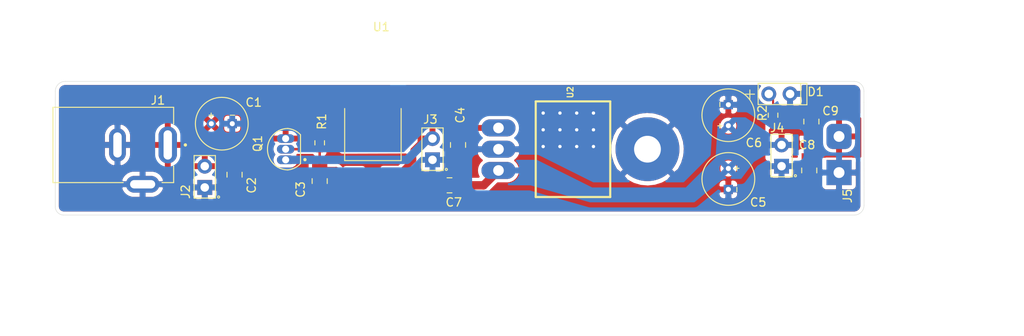
<source format=kicad_pcb>
(kicad_pcb (version 20171130) (host pcbnew 5.1.10)

  (general
    (thickness 1.6)
    (drawings 9)
    (tracks 30)
    (zones 0)
    (modules 20)
    (nets 7)
  )

  (page A4)
  (layers
    (0 F.Cu signal)
    (31 B.Cu signal)
    (32 B.Adhes user)
    (33 F.Adhes user)
    (34 B.Paste user)
    (35 F.Paste user)
    (36 B.SilkS user)
    (37 F.SilkS user)
    (38 B.Mask user)
    (39 F.Mask user)
    (40 Dwgs.User user)
    (41 Cmts.User user)
    (42 Eco1.User user)
    (43 Eco2.User user)
    (44 Edge.Cuts user)
    (45 Margin user)
    (46 B.CrtYd user)
    (47 F.CrtYd user hide)
    (48 B.Fab user)
    (49 F.Fab user)
  )

  (setup
    (last_trace_width 0.25)
    (user_trace_width 0.3)
    (user_trace_width 0.5)
    (user_trace_width 0.7)
    (user_trace_width 1)
    (user_trace_width 2)
    (user_trace_width 3)
    (user_trace_width 4)
    (trace_clearance 0.2)
    (zone_clearance 0.3)
    (zone_45_only no)
    (trace_min 0.2)
    (via_size 0.8)
    (via_drill 0.4)
    (via_min_size 0.4)
    (via_min_drill 0.3)
    (user_via 0.8 0.3)
    (uvia_size 0.3)
    (uvia_drill 0.1)
    (uvias_allowed no)
    (uvia_min_size 0.2)
    (uvia_min_drill 0.1)
    (edge_width 0.05)
    (segment_width 0.2)
    (pcb_text_width 0.3)
    (pcb_text_size 1.5 1.5)
    (mod_edge_width 0.12)
    (mod_text_size 1 1)
    (mod_text_width 0.15)
    (pad_size 1.524 1.524)
    (pad_drill 0.762)
    (pad_to_mask_clearance 0)
    (aux_axis_origin 0 0)
    (visible_elements FFFFFF7F)
    (pcbplotparams
      (layerselection 0x010fc_ffffffff)
      (usegerberextensions false)
      (usegerberattributes false)
      (usegerberadvancedattributes false)
      (creategerberjobfile true)
      (excludeedgelayer true)
      (linewidth 0.100000)
      (plotframeref false)
      (viasonmask false)
      (mode 1)
      (useauxorigin false)
      (hpglpennumber 1)
      (hpglpenspeed 20)
      (hpglpendiameter 15.000000)
      (psnegative false)
      (psa4output false)
      (plotreference true)
      (plotvalue false)
      (plotinvisibletext false)
      (padsonsilk false)
      (subtractmaskfromsilk false)
      (outputformat 1)
      (mirror false)
      (drillshape 0)
      (scaleselection 1)
      (outputdirectory "output/"))
  )

  (net 0 "")
  (net 1 GND)
  (net 2 +12V)
  (net 3 /GATE)
  (net 4 "Net-(C4-Pad1)")
  (net 5 +9V)
  (net 6 "Net-(D1-Pad1)")

  (net_class Default "This is the default net class."
    (clearance 0.2)
    (trace_width 0.25)
    (via_dia 0.8)
    (via_drill 0.4)
    (uvia_dia 0.3)
    (uvia_drill 0.1)
    (add_net +12V)
    (add_net +9V)
    (add_net /GATE)
    (add_net GND)
    (add_net "Net-(C4-Pad1)")
    (add_net "Net-(D1-Pad1)")
  )

  (module footprints:TO-220 (layer F.Cu) (tedit 61BC8163) (tstamp 61BC992A)
    (at 119.634 56.134 270)
    (path /61C088CA)
    (fp_text reference U2 (at -6.801177 2.860308 270) (layer F.SilkS)
      (effects (font (size 0.700687 0.700687) (thickness 0.15)))
    )
    (fp_text value "PMIC-LM7805ACT(TO-220)" (at 6.551493 2.417058 270) (layer F.Fab)
      (effects (font (size 0.701176 0.701176) (thickness 0.15)))
    )
    (fp_line (start -5.715 -1.905) (end 5.715 -1.905) (layer F.SilkS) (width 0.254))
    (fp_line (start 5.715 -1.905) (end 5.715 6.985) (layer F.SilkS) (width 0.254))
    (fp_line (start 5.715 6.985) (end -5.715 6.985) (layer F.SilkS) (width 0.254))
    (fp_line (start -5.715 6.985) (end -5.715 -1.905) (layer F.SilkS) (width 0.254))
    (fp_poly (pts (xy -5.71632 -10.795) (xy 5.715 -10.795) (xy 5.715 13.3381) (xy -5.71632 13.3381)) (layer F.CrtYd) (width 0.01))
    (pad 1 thru_hole oval (at -2.54 11.43 270) (size 2.032 4.064) (drill 1.27) (layers *.Cu *.Mask)
      (net 4 "Net-(C4-Pad1)"))
    (pad 2 thru_hole oval (at 0 11.43 270) (size 2.032 4.064) (drill 1.27) (layers *.Cu *.Mask)
      (net 1 GND))
    (pad 3 thru_hole oval (at 2.54 11.43 270) (size 2.032 4.064) (drill 1.27) (layers *.Cu *.Mask)
      (net 5 +9V))
    (pad HEAT thru_hole circle (at 0 -6.35 270) (size 7.62 7.62) (drill 3.2004) (layers *.Cu *.Mask)
      (net 1 GND))
  )

  (module footprints:DPAK229P990X239-3N (layer F.Cu) (tedit 61BC7E18) (tstamp 61BC998A)
    (at 93.218 55.372)
    (descr "<b>SMALL OUTLINE TRANSISTOR</b><p>TS-003")
    (path /61BCA621)
    (fp_text reference U1 (at 1.001 -13.845) (layer F.SilkS)
      (effects (font (size 1 1) (thickness 0.15)))
    )
    (fp_text value MJD31CG (at 8.909 9.716) (layer F.Fab)
      (effects (font (size 1 1) (thickness 0.15)))
    )
    (fp_line (start 3.37 -4.098) (end 3.37 2.123) (layer F.SilkS) (width 0.127))
    (fp_line (start 3.37 2.123) (end -3.37 2.123) (layer F.SilkS) (width 0.127))
    (fp_line (start -3.37 2.123) (end -3.37 -4.098) (layer F.SilkS) (width 0.127))
    (fp_line (start -3.37 -4.098) (end 3.37 -4.098) (layer F.Fab) (width 0.127))
    (fp_line (start -3.62 -4.35) (end -2.5 -4.35) (layer F.CrtYd) (width 0.05))
    (fp_line (start -2.5 -4.35) (end -2.5 -5.81) (layer F.CrtYd) (width 0.05))
    (fp_line (start -2.5 -5.81) (end 2.5 -5.81) (layer F.CrtYd) (width 0.05))
    (fp_line (start 2.5 -5.81) (end 2.5 -4.35) (layer F.CrtYd) (width 0.05))
    (fp_line (start 2.5 -4.35) (end 3.62 -4.35) (layer F.CrtYd) (width 0.05))
    (fp_line (start 3.62 -4.35) (end 3.62 2.38) (layer F.CrtYd) (width 0.05))
    (fp_line (start 3.62 2.38) (end 3.411 2.38) (layer F.CrtYd) (width 0.05))
    (fp_line (start 3.411 2.38) (end 3.411 7.207) (layer F.CrtYd) (width 0.05))
    (fp_line (start 3.411 7.207) (end -3.3856 7.207) (layer F.CrtYd) (width 0.05))
    (fp_line (start -3.3856 7.207) (end -3.3856 2.38) (layer F.CrtYd) (width 0.05))
    (fp_line (start -3.3856 2.38) (end -3.62 2.38) (layer F.CrtYd) (width 0.05))
    (fp_line (start -3.62 2.38) (end -3.62 -4.35) (layer F.CrtYd) (width 0.05))
    (fp_line (start -3.37 2.123) (end -3.37 -4.098) (layer F.Fab) (width 0.127))
    (fp_line (start 3.37 2.123) (end -3.37 2.123) (layer F.Fab) (width 0.127))
    (fp_line (start 3.37 -4.098) (end 3.37 2.123) (layer F.Fab) (width 0.127))
    (fp_circle (center -4.008 4.227) (end -3.849888 4.227) (layer F.Fab) (width 0.2))
    (fp_poly (pts (xy -1.615 -2.195) (xy -0.315 -2.195) (xy -0.315 -0.085) (xy -1.615 -0.085)) (layer F.Paste) (width 0.01))
    (fp_poly (pts (xy 0.315 -2.195) (xy 1.615 -2.195) (xy 1.615 -0.085) (xy 0.315 -0.085)) (layer F.Paste) (width 0.01))
    (fp_poly (pts (xy -1.615 -4.935) (xy -0.315 -4.935) (xy -0.315 -2.825) (xy -1.615 -2.825)) (layer F.Paste) (width 0.01))
    (fp_poly (pts (xy 0.2896 -4.9096) (xy 1.5896 -4.9096) (xy 1.5896 -2.7996) (xy 0.2896 -2.7996)) (layer F.Paste) (width 0.01))
    (pad 3 smd rect (at 2.2138 4.648) (size 1.905 2.9972) (layers F.Cu F.Paste F.Mask)
      (net 4 "Net-(C4-Pad1)"))
    (pad 1 smd rect (at -2.2392 4.6734) (size 1.905 2.9972) (layers F.Cu F.Paste F.Mask)
      (net 3 /GATE))
    (pad 2 smd rect (at 0 -2.51) (size 5.7912 6.1976) (layers F.Cu F.Mask)
      (net 2 +12V))
  )

  (module footprints:0603_Passive (layer F.Cu) (tedit 60DF2237) (tstamp 61BCA687)
    (at 140.97 52.07 270)
    (path /61BDC3B5)
    (attr smd)
    (fp_text reference R2 (at -0.254 1.27 90) (layer F.SilkS)
      (effects (font (size 1 1) (thickness 0.15)))
    )
    (fp_text value 10k (at 0 1.9 90) (layer F.Fab) hide
      (effects (font (size 1 1) (thickness 0.15)))
    )
    (fp_line (start 0.8 -0.4) (end -0.8 -0.4) (layer F.Fab) (width 0.12))
    (fp_line (start 0.8 0.4) (end 0.8 -0.4) (layer F.Fab) (width 0.12))
    (fp_line (start -0.8 0.4) (end 0.8 0.4) (layer F.Fab) (width 0.12))
    (fp_line (start -0.8 -0.4) (end -0.8 0.4) (layer F.Fab) (width 0.12))
    (fp_line (start -0.254 -0.5715) (end 0.254 -0.5715) (layer F.SilkS) (width 0.127))
    (fp_line (start -0.254 0.5715) (end 0.254 0.5715) (layer F.SilkS) (width 0.127))
    (fp_line (start -1.25 0.71) (end -1.25 -0.71) (layer F.CrtYd) (width 0.05))
    (fp_line (start 1.11 0.71) (end -1.11 0.71) (layer F.CrtYd) (width 0.05))
    (fp_line (start 1.25 -0.71) (end 1.25 0.71) (layer F.CrtYd) (width 0.05))
    (fp_line (start -1.11 -0.71) (end 1.11 -0.71) (layer F.CrtYd) (width 0.05))
    (fp_line (start -1.11 0.71) (end -1.25 0.71) (layer F.CrtYd) (width 0.05))
    (fp_line (start -1.11 -0.71) (end -1.25 -0.71) (layer F.CrtYd) (width 0.05))
    (fp_line (start 1.11 -0.71) (end 1.25 -0.71) (layer F.CrtYd) (width 0.05))
    (fp_line (start 1.11 0.71) (end 1.25 0.71) (layer F.CrtYd) (width 0.05))
    (pad 2 smd rect (at 0.75 0 270) (size 0.8 0.8) (layers F.Cu F.Paste F.Mask)
      (net 5 +9V))
    (pad 1 smd rect (at -0.75 0 270) (size 0.8 0.8) (layers F.Cu F.Paste F.Mask)
      (net 6 "Net-(D1-Pad1)"))
    (model ${KIPRJMOD}/../libraries/PCB_components_library/3d_models/0603_passive.step
      (offset (xyz -0.8 -0.4 0))
      (scale (xyz 1 1 1))
      (rotate (xyz 0 0 0))
    )
  )

  (module footprints:TO92127P495H495-3 (layer F.Cu) (tedit 61BC7CE4) (tstamp 61BC97C4)
    (at 82.804 56.134 90)
    (path /61BC8D78)
    (fp_text reference Q1 (at 0.675 -3.33 90) (layer F.SilkS)
      (effects (font (size 1 1) (thickness 0.15)))
    )
    (fp_text value 2N3904 (at 8.295 3.19 90) (layer F.Fab)
      (effects (font (size 1 1) (thickness 0.15)))
    )
    (fp_arc (start -0.115631 0.03587) (end -2.475 0.255) (angle -41.913) (layer F.SilkS) (width 0.127))
    (fp_arc (start -0.0275 0.2825) (end 0 -2.165) (angle -90) (layer F.SilkS) (width 0.127))
    (fp_arc (start 0.0275 0.2825) (end 2.475 0.255) (angle -90) (layer F.SilkS) (width 0.127))
    (fp_arc (start 0.115631 0.03587) (end 2.475 0.255) (angle 41.913) (layer F.SilkS) (width 0.127))
    (fp_arc (start -0.115631 0.03587) (end -2.475 0.255) (angle -41.913) (layer F.Fab) (width 0.127))
    (fp_arc (start -0.0275 0.2825) (end 0 -2.165) (angle -90) (layer F.Fab) (width 0.127))
    (fp_arc (start 0.0275 0.2825) (end 2.475 0.255) (angle -90) (layer F.Fab) (width 0.127))
    (fp_arc (start 0.115631 0.03587) (end 2.475 0.255) (angle 41.913) (layer F.Fab) (width 0.127))
    (fp_arc (start -0.0275 0.2825) (end 0 -2.415) (angle -90) (layer F.CrtYd) (width 0.05))
    (fp_arc (start 0.0275 0.2825) (end 0 -2.415) (angle 90) (layer F.CrtYd) (width 0.05))
    (fp_line (start -2.725 0.255) (end -2.725 2.025) (layer F.CrtYd) (width 0.05))
    (fp_line (start -2.725 2.025) (end 2.725 2.025) (layer F.CrtYd) (width 0.05))
    (fp_line (start 2.725 2.025) (end 2.725 0.255) (layer F.CrtYd) (width 0.05))
    (fp_circle (center -1.25 2.305) (end -1.15 2.305) (layer F.SilkS) (width 0.2))
    (fp_circle (center -1.25 2.305) (end -1.15 2.305) (layer F.Fab) (width 0.2))
    (fp_line (start -1.725 1.775) (end 1.725 1.775) (layer F.SilkS) (width 0.127))
    (fp_line (start -1.725 1.775) (end 1.725 1.775) (layer F.Fab) (width 0.127))
    (pad 1 thru_hole oval (at -1.27 0 90) (size 1.04 2.08) (drill 0.84) (layers *.Cu *.Mask)
      (net 4 "Net-(C4-Pad1)"))
    (pad 2 thru_hole oval (at 0 0 90) (size 1.04 2.08) (drill 0.84) (layers *.Cu *.Mask)
      (net 3 /GATE))
    (pad 3 thru_hole oval (at 1.27 0 90) (size 1.04 2.08) (drill 0.84) (layers *.Cu *.Mask)
      (net 2 +12V))
  )

  (module footprints:TH_Diode (layer F.Cu) (tedit 617C0BE9) (tstamp 61BCA5AC)
    (at 141.732 49.53)
    (path /61BCE5E4)
    (fp_text reference D1 (at 4.318 -0.254) (layer F.SilkS)
      (effects (font (size 1 1) (thickness 0.15)))
    )
    (fp_text value diode (at 0 2.54) (layer F.Fab) hide
      (effects (font (size 1 1) (thickness 0.15)))
    )
    (fp_line (start -2.54 1.27) (end -2.54 -1.27) (layer F.CrtYd) (width 0.05))
    (fp_line (start 2.54 1.27) (end -2.54 1.27) (layer F.CrtYd) (width 0.05))
    (fp_line (start 2.54 -1.27) (end 2.54 1.27) (layer F.CrtYd) (width 0.05))
    (fp_line (start -2.54 -1.27) (end 2.54 -1.27) (layer F.CrtYd) (width 0.05))
    (fp_line (start -2.54 -1.27) (end 2.54 -1.27) (layer F.SilkS) (width 0.127))
    (fp_line (start -2.54 1.27) (end 2.54 1.27) (layer F.SilkS) (width 0.127))
    (fp_line (start -2.54 -1.27) (end -2.54 1.27) (layer F.SilkS) (width 0.127))
    (fp_line (start 2.54 -1.27) (end 2.54 1.27) (layer F.SilkS) (width 0.127))
    (fp_line (start 2.54 -1.27) (end 3.2766 -1.27) (layer F.SilkS) (width 0.12))
    (fp_line (start 3.2766 -1.27) (end 3.2766 1.2446) (layer F.SilkS) (width 0.12))
    (fp_line (start 3.2766 1.2446) (end 3.2766 1.2954) (layer F.SilkS) (width 0.12))
    (fp_line (start 3.2766 1.2954) (end 2.54 1.2954) (layer F.SilkS) (width 0.12))
    (fp_line (start 2.54 1.2954) (end 2.54 1.27) (layer F.SilkS) (width 0.12))
    (fp_line (start -3.5306 -0.4826) (end -3.5306 0.6096) (layer F.SilkS) (width 0.12))
    (fp_line (start -4.064 0.0254) (end -2.9718 0.0254) (layer F.SilkS) (width 0.12))
    (pad 2 thru_hole roundrect (at 1.27 0) (size 1.778 1.778) (drill 1.016) (layers *.Cu *.Mask) (roundrect_rratio 0.5)
      (net 1 GND))
    (pad 1 thru_hole roundrect (at -1.27 0) (size 1.778 1.778) (drill 1.016) (layers *.Cu *.Mask) (roundrect_rratio 0.5)
      (net 6 "Net-(D1-Pad1)"))
  )

  (module footprints:1206_Passive (layer F.Cu) (tedit 60EEA74F) (tstamp 61BCC63A)
    (at 145.542 52.832 90)
    (path /61C8D741)
    (attr smd)
    (fp_text reference C9 (at 1.27 2.286) (layer F.SilkS)
      (effects (font (size 1 1) (thickness 0.15)))
    )
    (fp_text value 100uF (at 1.524 2.032 90) (layer F.Fab) hide
      (effects (font (size 1 1) (thickness 0.15)))
    )
    (fp_line (start 1.7 0.9) (end -1.7 0.9) (layer F.Fab) (width 0.127))
    (fp_line (start 1.7 -0.9) (end -1.7 -0.9) (layer F.Fab) (width 0.127))
    (fp_line (start 1.7 0.9) (end 1.7 -0.9) (layer F.Fab) (width 0.127))
    (fp_line (start -1.7 0.9) (end -1.7 -0.9) (layer F.Fab) (width 0.127))
    (fp_line (start -0.29 -0.9) (end 0.29 -0.9) (layer F.SilkS) (width 0.127))
    (fp_line (start -0.29 0.9) (end 0.29 0.9) (layer F.SilkS) (width 0.127))
    (fp_line (start -2.308 1.158) (end 2.308 1.158) (layer F.CrtYd) (width 0.05))
    (fp_line (start -2.308 -1.158) (end 2.308 -1.158) (layer F.CrtYd) (width 0.05))
    (fp_line (start -2.308 1.158) (end -2.308 -1.158) (layer F.CrtYd) (width 0.05))
    (fp_line (start 2.308 1.158) (end 2.308 -1.158) (layer F.CrtYd) (width 0.05))
    (pad 2 smd rect (at 1.336 0 90) (size 1.44 1.82) (layers F.Cu F.Paste F.Mask)
      (net 1 GND))
    (pad 1 smd rect (at -1.336 0 90) (size 1.44 1.82) (layers F.Cu F.Paste F.Mask)
      (net 5 +9V))
    (model ${KIPRJMOD}/../libraries/PCB_components_library/3d_models/1206_Passive.step
      (offset (xyz 0 -0.89 0.785))
      (scale (xyz 1 1 1))
      (rotate (xyz 0 0 0))
    )
  )

  (module footprints:3mm_2pin_solder (layer F.Cu) (tedit 61BC9315) (tstamp 61BCA2D5)
    (at 148.844 58.928 90)
    (path /61C57941)
    (fp_text reference J5 (at -2.794 1.016 90) (layer F.SilkS)
      (effects (font (size 1 1) (thickness 0.15)))
    )
    (fp_text value 3mm_2pin_solder (at 0 -0.5 90) (layer F.Fab)
      (effects (font (size 1 1) (thickness 0.15)))
    )
    (pad 2 thru_hole roundrect (at 4.318 0 90) (size 3 3) (drill 1.3) (layers *.Cu *.Mask) (roundrect_rratio 0.25)
      (net 5 +9V))
    (pad 1 thru_hole rect (at 0 0 90) (size 3 3) (drill 1.3) (layers *.Cu *.Mask)
      (net 1 GND))
  )

  (module footprints:0603_Passive (layer F.Cu) (tedit 60DF2237) (tstamp 61BC982F)
    (at 86.868 55.372 270)
    (path /61BF4734)
    (attr smd)
    (fp_text reference R1 (at -2.54 -0.254 90) (layer F.SilkS)
      (effects (font (size 1 1) (thickness 0.15)))
    )
    (fp_text value 10k (at 0 1.9 90) (layer F.Fab) hide
      (effects (font (size 1 1) (thickness 0.15)))
    )
    (fp_line (start 0.8 -0.4) (end -0.8 -0.4) (layer F.Fab) (width 0.12))
    (fp_line (start 0.8 0.4) (end 0.8 -0.4) (layer F.Fab) (width 0.12))
    (fp_line (start -0.8 0.4) (end 0.8 0.4) (layer F.Fab) (width 0.12))
    (fp_line (start -0.8 -0.4) (end -0.8 0.4) (layer F.Fab) (width 0.12))
    (fp_line (start -0.254 -0.5715) (end 0.254 -0.5715) (layer F.SilkS) (width 0.127))
    (fp_line (start -0.254 0.5715) (end 0.254 0.5715) (layer F.SilkS) (width 0.127))
    (fp_line (start -1.25 0.71) (end -1.25 -0.71) (layer F.CrtYd) (width 0.05))
    (fp_line (start 1.11 0.71) (end -1.11 0.71) (layer F.CrtYd) (width 0.05))
    (fp_line (start 1.25 -0.71) (end 1.25 0.71) (layer F.CrtYd) (width 0.05))
    (fp_line (start -1.11 -0.71) (end 1.11 -0.71) (layer F.CrtYd) (width 0.05))
    (fp_line (start -1.11 0.71) (end -1.25 0.71) (layer F.CrtYd) (width 0.05))
    (fp_line (start -1.11 -0.71) (end -1.25 -0.71) (layer F.CrtYd) (width 0.05))
    (fp_line (start 1.11 -0.71) (end 1.25 -0.71) (layer F.CrtYd) (width 0.05))
    (fp_line (start 1.11 0.71) (end 1.25 0.71) (layer F.CrtYd) (width 0.05))
    (pad 2 smd rect (at 0.75 0 270) (size 0.8 0.8) (layers F.Cu F.Paste F.Mask)
      (net 3 /GATE))
    (pad 1 smd rect (at -0.75 0 270) (size 0.8 0.8) (layers F.Cu F.Paste F.Mask)
      (net 2 +12V))
    (model ${KIPRJMOD}/../libraries/PCB_components_library/3d_models/0603_passive.step
      (offset (xyz -0.8 -0.4 0))
      (scale (xyz 1 1 1))
      (rotate (xyz 0 0 0))
    )
  )

  (module footprints:PinHeader_1x2_Generic (layer F.Cu) (tedit 61A50AE8) (tstamp 61BC9950)
    (at 141.986 56.896 90)
    (path /61C1E483)
    (fp_text reference J4 (at 3.302 -0.508 180) (layer F.SilkS)
      (effects (font (size 1 1) (thickness 0.15)))
    )
    (fp_text value PH_1x2 (at 0 2.54 90) (layer F.Fab) hide
      (effects (font (size 1 1) (thickness 0.15)))
    )
    (fp_circle (center -2.413 1.651) (end -2.413 1.778) (layer F.SilkS) (width 0.12))
    (fp_line (start -2.54 1.27) (end -2.54 -1.27) (layer F.CrtYd) (width 0.05))
    (fp_line (start 2.54 1.27) (end -2.54 1.27) (layer F.CrtYd) (width 0.05))
    (fp_line (start 2.54 -1.27) (end 2.54 1.27) (layer F.CrtYd) (width 0.05))
    (fp_line (start -2.54 -1.27) (end 2.54 -1.27) (layer F.CrtYd) (width 0.05))
    (fp_line (start -2.54 -1.27) (end 2.54 -1.27) (layer F.SilkS) (width 0.127))
    (fp_line (start -2.54 1.27) (end 2.54 1.27) (layer F.SilkS) (width 0.127))
    (fp_line (start -2.54 -1.27) (end -2.54 1.27) (layer F.SilkS) (width 0.127))
    (fp_line (start 2.54 -1.27) (end 2.54 1.27) (layer F.SilkS) (width 0.127))
    (pad 2 thru_hole roundrect (at 1.27 0 90) (size 1.778 1.778) (drill 1.016) (layers *.Cu *.Mask) (roundrect_rratio 0.5)
      (net 5 +9V))
    (pad 1 thru_hole rect (at -1.27 0 90) (size 1.778 1.778) (drill 1.016) (layers *.Cu *.Mask)
      (net 1 GND))
  )

  (module footprints:PinHeader_1x2_Generic (layer F.Cu) (tedit 61A50AE8) (tstamp 61BC9800)
    (at 100.33 56.134 90)
    (path /61C22751)
    (fp_text reference J3 (at 3.556 -0.254 180) (layer F.SilkS)
      (effects (font (size 1 1) (thickness 0.15)))
    )
    (fp_text value PH_1x2 (at 0 2.54 90) (layer F.Fab) hide
      (effects (font (size 1 1) (thickness 0.15)))
    )
    (fp_circle (center -2.413 1.651) (end -2.413 1.778) (layer F.SilkS) (width 0.12))
    (fp_line (start -2.54 1.27) (end -2.54 -1.27) (layer F.CrtYd) (width 0.05))
    (fp_line (start 2.54 1.27) (end -2.54 1.27) (layer F.CrtYd) (width 0.05))
    (fp_line (start 2.54 -1.27) (end 2.54 1.27) (layer F.CrtYd) (width 0.05))
    (fp_line (start -2.54 -1.27) (end 2.54 -1.27) (layer F.CrtYd) (width 0.05))
    (fp_line (start -2.54 -1.27) (end 2.54 -1.27) (layer F.SilkS) (width 0.127))
    (fp_line (start -2.54 1.27) (end 2.54 1.27) (layer F.SilkS) (width 0.127))
    (fp_line (start -2.54 -1.27) (end -2.54 1.27) (layer F.SilkS) (width 0.127))
    (fp_line (start 2.54 -1.27) (end 2.54 1.27) (layer F.SilkS) (width 0.127))
    (pad 2 thru_hole roundrect (at 1.27 0 90) (size 1.778 1.778) (drill 1.016) (layers *.Cu *.Mask) (roundrect_rratio 0.5)
      (net 4 "Net-(C4-Pad1)"))
    (pad 1 thru_hole rect (at -1.27 0 90) (size 1.778 1.778) (drill 1.016) (layers *.Cu *.Mask)
      (net 1 GND))
  )

  (module footprints:PinHeader_1x2_Generic (layer F.Cu) (tedit 61A50AE8) (tstamp 61BC99FB)
    (at 73.152 59.436 90)
    (path /61C483A7)
    (fp_text reference J2 (at -1.778 -2.286 90) (layer F.SilkS)
      (effects (font (size 1 1) (thickness 0.15)))
    )
    (fp_text value PH_1x2 (at 0 2.54 90) (layer F.Fab) hide
      (effects (font (size 1 1) (thickness 0.15)))
    )
    (fp_circle (center -2.413 1.651) (end -2.413 1.778) (layer F.SilkS) (width 0.12))
    (fp_line (start -2.54 1.27) (end -2.54 -1.27) (layer F.CrtYd) (width 0.05))
    (fp_line (start 2.54 1.27) (end -2.54 1.27) (layer F.CrtYd) (width 0.05))
    (fp_line (start 2.54 -1.27) (end 2.54 1.27) (layer F.CrtYd) (width 0.05))
    (fp_line (start -2.54 -1.27) (end 2.54 -1.27) (layer F.CrtYd) (width 0.05))
    (fp_line (start -2.54 -1.27) (end 2.54 -1.27) (layer F.SilkS) (width 0.127))
    (fp_line (start -2.54 1.27) (end 2.54 1.27) (layer F.SilkS) (width 0.127))
    (fp_line (start -2.54 -1.27) (end -2.54 1.27) (layer F.SilkS) (width 0.127))
    (fp_line (start 2.54 -1.27) (end 2.54 1.27) (layer F.SilkS) (width 0.127))
    (pad 2 thru_hole roundrect (at 1.27 0 90) (size 1.778 1.778) (drill 1.016) (layers *.Cu *.Mask) (roundrect_rratio 0.5)
      (net 2 +12V))
    (pad 1 thru_hole rect (at -1.27 0 90) (size 1.778 1.778) (drill 1.016) (layers *.Cu *.Mask)
      (net 1 GND))
  )

  (module footprints:XKB_DC-005-5A-2.0 (layer F.Cu) (tedit 61B0B241) (tstamp 61BC9898)
    (at 62.738 55.626)
    (path /61BCF42E)
    (fp_text reference J1 (at 4.826 -5.334) (layer F.SilkS)
      (effects (font (size 1 1) (thickness 0.15)))
    )
    (fp_text value DC-005-5A-2.0 (at 2.845 7.585) (layer F.Fab)
      (effects (font (size 1 1) (thickness 0.15)))
    )
    (fp_circle (center 8.1 0) (end 8.2 0) (layer F.Fab) (width 0.2))
    (fp_circle (center 8.1 0) (end 8.2 0) (layer F.SilkS) (width 0.2))
    (fp_line (start 7.35 -4.75) (end -7.95 -4.75) (layer F.CrtYd) (width 0.05))
    (fp_line (start 7.35 5.95) (end 7.35 -4.75) (layer F.CrtYd) (width 0.05))
    (fp_line (start -7.95 5.95) (end 7.35 5.95) (layer F.CrtYd) (width 0.05))
    (fp_line (start -7.95 -4.75) (end -7.95 5.95) (layer F.CrtYd) (width 0.05))
    (fp_line (start -7.7 4.5) (end -7.7 -4.5) (layer F.SilkS) (width 0.127))
    (fp_line (start -7.7 -4.5) (end 6.7 -4.5) (layer F.SilkS) (width 0.127))
    (fp_line (start 6.7 4.5) (end 5.32 4.5) (layer F.SilkS) (width 0.127))
    (fp_line (start 0.68 4.5) (end -7.7 4.5) (layer F.SilkS) (width 0.127))
    (fp_line (start 6.7 4.5) (end 6.7 2.52) (layer F.SilkS) (width 0.127))
    (fp_line (start 6.7 -4.5) (end 6.7 -2.52) (layer F.SilkS) (width 0.127))
    (fp_line (start -7.7 4.5) (end -7.7 -4.5) (layer F.Fab) (width 0.127))
    (fp_line (start 6.7 4.5) (end -7.7 4.5) (layer F.Fab) (width 0.127))
    (fp_line (start 6.7 -4.5) (end 6.7 4.5) (layer F.Fab) (width 0.127))
    (fp_line (start -7.7 -4.5) (end 6.7 -4.5) (layer F.Fab) (width 0.127))
    (pad 3 thru_hole oval (at 3 4.7) (size 4 2) (drill oval 3 1) (layers *.Cu *.Mask)
      (net 1 GND))
    (pad 1 thru_hole oval (at 6 0) (size 2.2 4.4) (drill oval 1 3.5) (layers *.Cu *.Mask)
      (net 2 +12V))
    (pad 2 thru_hole oval (at 0 0) (size 2 4) (drill oval 1 3) (layers *.Cu *.Mask)
      (net 1 GND))
    (model ${KISYS3DMOD}/DC-005-5A-2.0.step
      (offset (xyz -8 0 6))
      (scale (xyz 1 1 1))
      (rotate (xyz -90 0 90))
    )
  )

  (module footprints:1206_Passive (layer F.Cu) (tedit 60EEA74F) (tstamp 61BC9714)
    (at 145.288 58.674 270)
    (path /61BD960A)
    (attr smd)
    (fp_text reference C8 (at -3.048 0.254 180) (layer F.SilkS)
      (effects (font (size 1 1) (thickness 0.15)))
    )
    (fp_text value 100uF (at 1.524 2.032 90) (layer F.Fab) hide
      (effects (font (size 1 1) (thickness 0.15)))
    )
    (fp_line (start 1.7 0.9) (end -1.7 0.9) (layer F.Fab) (width 0.127))
    (fp_line (start 1.7 -0.9) (end -1.7 -0.9) (layer F.Fab) (width 0.127))
    (fp_line (start 1.7 0.9) (end 1.7 -0.9) (layer F.Fab) (width 0.127))
    (fp_line (start -1.7 0.9) (end -1.7 -0.9) (layer F.Fab) (width 0.127))
    (fp_line (start -0.29 -0.9) (end 0.29 -0.9) (layer F.SilkS) (width 0.127))
    (fp_line (start -0.29 0.9) (end 0.29 0.9) (layer F.SilkS) (width 0.127))
    (fp_line (start -2.308 1.158) (end 2.308 1.158) (layer F.CrtYd) (width 0.05))
    (fp_line (start -2.308 -1.158) (end 2.308 -1.158) (layer F.CrtYd) (width 0.05))
    (fp_line (start -2.308 1.158) (end -2.308 -1.158) (layer F.CrtYd) (width 0.05))
    (fp_line (start 2.308 1.158) (end 2.308 -1.158) (layer F.CrtYd) (width 0.05))
    (pad 2 smd rect (at 1.336 0 270) (size 1.44 1.82) (layers F.Cu F.Paste F.Mask)
      (net 1 GND))
    (pad 1 smd rect (at -1.336 0 270) (size 1.44 1.82) (layers F.Cu F.Paste F.Mask)
      (net 5 +9V))
    (model ${KIPRJMOD}/../libraries/PCB_components_library/3d_models/1206_Passive.step
      (offset (xyz 0 -0.89 0.785))
      (scale (xyz 1 1 1))
      (rotate (xyz 0 0 0))
    )
  )

  (module footprints:1206_Passive (layer F.Cu) (tedit 60EEA74F) (tstamp 61BC9768)
    (at 102.362 60.452 180)
    (path /61BD870B)
    (attr smd)
    (fp_text reference C7 (at -0.508 -2.032) (layer F.SilkS)
      (effects (font (size 1 1) (thickness 0.15)))
    )
    (fp_text value 100uF (at 1.524 2.032) (layer F.Fab) hide
      (effects (font (size 1 1) (thickness 0.15)))
    )
    (fp_line (start 1.7 0.9) (end -1.7 0.9) (layer F.Fab) (width 0.127))
    (fp_line (start 1.7 -0.9) (end -1.7 -0.9) (layer F.Fab) (width 0.127))
    (fp_line (start 1.7 0.9) (end 1.7 -0.9) (layer F.Fab) (width 0.127))
    (fp_line (start -1.7 0.9) (end -1.7 -0.9) (layer F.Fab) (width 0.127))
    (fp_line (start -0.29 -0.9) (end 0.29 -0.9) (layer F.SilkS) (width 0.127))
    (fp_line (start -0.29 0.9) (end 0.29 0.9) (layer F.SilkS) (width 0.127))
    (fp_line (start -2.308 1.158) (end 2.308 1.158) (layer F.CrtYd) (width 0.05))
    (fp_line (start -2.308 -1.158) (end 2.308 -1.158) (layer F.CrtYd) (width 0.05))
    (fp_line (start -2.308 1.158) (end -2.308 -1.158) (layer F.CrtYd) (width 0.05))
    (fp_line (start 2.308 1.158) (end 2.308 -1.158) (layer F.CrtYd) (width 0.05))
    (pad 2 smd rect (at 1.336 0 180) (size 1.44 1.82) (layers F.Cu F.Paste F.Mask)
      (net 1 GND))
    (pad 1 smd rect (at -1.336 0 180) (size 1.44 1.82) (layers F.Cu F.Paste F.Mask)
      (net 5 +9V))
    (model ${KIPRJMOD}/../libraries/PCB_components_library/3d_models/1206_Passive.step
      (offset (xyz 0 -0.89 0.785))
      (scale (xyz 1 1 1))
      (rotate (xyz 0 0 0))
    )
  )

  (module footprints:CAP-EL-RADIAL-6.3X12 (layer F.Cu) (tedit 61BC82F5) (tstamp 61BC973F)
    (at 135.636 52.07 270)
    (path /61BD8476)
    (attr smd)
    (fp_text reference C6 (at 3.302 -3.048) (layer F.SilkS)
      (effects (font (size 1 1) (thickness 0.15)))
    )
    (fp_text value 100u_TH (at 6.985 5.08 90) (layer F.Fab) hide
      (effects (font (size 1 1) (thickness 0.15)))
    )
    (fp_line (start 1.27 0.762) (end 1.27 1.27) (layer F.SilkS) (width 0.12))
    (fp_line (start 1.016 1.016) (end 1.524 1.016) (layer F.SilkS) (width 0.12))
    (fp_line (start -1.524 1.016) (end -1.016 1.016) (layer F.SilkS) (width 0.12))
    (fp_line (start 3.5 3.5) (end 3.5 -3.5) (layer F.CrtYd) (width 0.127))
    (fp_line (start -3.5 3.5) (end 3.5 3.5) (layer F.CrtYd) (width 0.127))
    (fp_line (start -3.5 -3.5) (end -3.5 3.5) (layer F.CrtYd) (width 0.127))
    (fp_line (start 3.5 -3.5) (end -3.5 -3.5) (layer F.CrtYd) (width 0.127))
    (fp_circle (center 0 0) (end 3.15 0) (layer F.SilkS) (width 0.127))
    (pad - thru_hole rect (at -1.25 0 270) (size 1.1 1.1) (drill 0.6) (layers *.Cu *.Mask)
      (net 1 GND))
    (pad + thru_hole circle (at 1.25 0 270) (size 1.1 1.1) (drill 0.6) (layers *.Cu *.Mask)
      (net 5 +9V))
    (model ${KIPRJMOD}/../libraries/PCB_components_library/3d_models/CAP-EL-RADIAL-6.3X12.STEP
      (at (xyz 0 0 0))
      (scale (xyz 1 1 1))
      (rotate (xyz -90 0 180))
    )
  )

  (module footprints:CAP-EL-RADIAL-6.3X12 (layer F.Cu) (tedit 61BC82F5) (tstamp 61BC9793)
    (at 135.636 59.69 90)
    (path /61BD8064)
    (attr smd)
    (fp_text reference C5 (at -2.794 3.556 180) (layer F.SilkS)
      (effects (font (size 1 1) (thickness 0.15)))
    )
    (fp_text value 100u_TH (at 6.985 5.08 90) (layer F.Fab) hide
      (effects (font (size 1 1) (thickness 0.15)))
    )
    (fp_line (start 1.27 0.762) (end 1.27 1.27) (layer F.SilkS) (width 0.12))
    (fp_line (start 1.016 1.016) (end 1.524 1.016) (layer F.SilkS) (width 0.12))
    (fp_line (start -1.524 1.016) (end -1.016 1.016) (layer F.SilkS) (width 0.12))
    (fp_line (start 3.5 3.5) (end 3.5 -3.5) (layer F.CrtYd) (width 0.127))
    (fp_line (start -3.5 3.5) (end 3.5 3.5) (layer F.CrtYd) (width 0.127))
    (fp_line (start -3.5 -3.5) (end -3.5 3.5) (layer F.CrtYd) (width 0.127))
    (fp_line (start 3.5 -3.5) (end -3.5 -3.5) (layer F.CrtYd) (width 0.127))
    (fp_circle (center 0 0) (end 3.15 0) (layer F.SilkS) (width 0.127))
    (pad - thru_hole rect (at -1.25 0 90) (size 1.1 1.1) (drill 0.6) (layers *.Cu *.Mask)
      (net 1 GND))
    (pad + thru_hole circle (at 1.25 0 90) (size 1.1 1.1) (drill 0.6) (layers *.Cu *.Mask)
      (net 5 +9V))
    (model ${KIPRJMOD}/../libraries/PCB_components_library/3d_models/CAP-EL-RADIAL-6.3X12.STEP
      (at (xyz 0 0 0))
      (scale (xyz 1 1 1))
      (rotate (xyz -90 0 180))
    )
  )

  (module footprints:1206_Passive (layer F.Cu) (tedit 60EEA74F) (tstamp 61BC98D3)
    (at 103.378 55.626 270)
    (path /61C0B5BC)
    (attr smd)
    (fp_text reference C4 (at -3.556 -0.254 90) (layer F.SilkS)
      (effects (font (size 1 1) (thickness 0.15)))
    )
    (fp_text value 100uF (at 1.524 2.032 90) (layer F.Fab) hide
      (effects (font (size 1 1) (thickness 0.15)))
    )
    (fp_line (start 1.7 0.9) (end -1.7 0.9) (layer F.Fab) (width 0.127))
    (fp_line (start 1.7 -0.9) (end -1.7 -0.9) (layer F.Fab) (width 0.127))
    (fp_line (start 1.7 0.9) (end 1.7 -0.9) (layer F.Fab) (width 0.127))
    (fp_line (start -1.7 0.9) (end -1.7 -0.9) (layer F.Fab) (width 0.127))
    (fp_line (start -0.29 -0.9) (end 0.29 -0.9) (layer F.SilkS) (width 0.127))
    (fp_line (start -0.29 0.9) (end 0.29 0.9) (layer F.SilkS) (width 0.127))
    (fp_line (start -2.308 1.158) (end 2.308 1.158) (layer F.CrtYd) (width 0.05))
    (fp_line (start -2.308 -1.158) (end 2.308 -1.158) (layer F.CrtYd) (width 0.05))
    (fp_line (start -2.308 1.158) (end -2.308 -1.158) (layer F.CrtYd) (width 0.05))
    (fp_line (start 2.308 1.158) (end 2.308 -1.158) (layer F.CrtYd) (width 0.05))
    (pad 2 smd rect (at 1.336 0 270) (size 1.44 1.82) (layers F.Cu F.Paste F.Mask)
      (net 1 GND))
    (pad 1 smd rect (at -1.336 0 270) (size 1.44 1.82) (layers F.Cu F.Paste F.Mask)
      (net 4 "Net-(C4-Pad1)"))
    (model ${KIPRJMOD}/../libraries/PCB_components_library/3d_models/1206_Passive.step
      (offset (xyz 0 -0.89 0.785))
      (scale (xyz 1 1 1))
      (rotate (xyz 0 0 0))
    )
  )

  (module footprints:1206_Passive (layer F.Cu) (tedit 60EEA74F) (tstamp 61BC9900)
    (at 86.868 59.944 270)
    (path /61BE73A4)
    (attr smd)
    (fp_text reference C3 (at 1.016 2.286 90) (layer F.SilkS)
      (effects (font (size 1 1) (thickness 0.15)))
    )
    (fp_text value 100uF (at 1.524 2.032 90) (layer F.Fab) hide
      (effects (font (size 1 1) (thickness 0.15)))
    )
    (fp_line (start 1.7 0.9) (end -1.7 0.9) (layer F.Fab) (width 0.127))
    (fp_line (start 1.7 -0.9) (end -1.7 -0.9) (layer F.Fab) (width 0.127))
    (fp_line (start 1.7 0.9) (end 1.7 -0.9) (layer F.Fab) (width 0.127))
    (fp_line (start -1.7 0.9) (end -1.7 -0.9) (layer F.Fab) (width 0.127))
    (fp_line (start -0.29 -0.9) (end 0.29 -0.9) (layer F.SilkS) (width 0.127))
    (fp_line (start -0.29 0.9) (end 0.29 0.9) (layer F.SilkS) (width 0.127))
    (fp_line (start -2.308 1.158) (end 2.308 1.158) (layer F.CrtYd) (width 0.05))
    (fp_line (start -2.308 -1.158) (end 2.308 -1.158) (layer F.CrtYd) (width 0.05))
    (fp_line (start -2.308 1.158) (end -2.308 -1.158) (layer F.CrtYd) (width 0.05))
    (fp_line (start 2.308 1.158) (end 2.308 -1.158) (layer F.CrtYd) (width 0.05))
    (pad 2 smd rect (at 1.336 0 270) (size 1.44 1.82) (layers F.Cu F.Paste F.Mask)
      (net 1 GND))
    (pad 1 smd rect (at -1.336 0 270) (size 1.44 1.82) (layers F.Cu F.Paste F.Mask)
      (net 3 /GATE))
    (model ${KIPRJMOD}/../libraries/PCB_components_library/3d_models/1206_Passive.step
      (offset (xyz 0 -0.89 0.785))
      (scale (xyz 1 1 1))
      (rotate (xyz 0 0 0))
    )
  )

  (module footprints:1206_Passive (layer F.Cu) (tedit 60EEA74F) (tstamp 61BC9864)
    (at 76.708 59.182 270)
    (path /61BD5E66)
    (attr smd)
    (fp_text reference C2 (at 1.27 -2.032 90) (layer F.SilkS)
      (effects (font (size 1 1) (thickness 0.15)))
    )
    (fp_text value 100uF (at 1.524 2.032 90) (layer F.Fab) hide
      (effects (font (size 1 1) (thickness 0.15)))
    )
    (fp_line (start 1.7 0.9) (end -1.7 0.9) (layer F.Fab) (width 0.127))
    (fp_line (start 1.7 -0.9) (end -1.7 -0.9) (layer F.Fab) (width 0.127))
    (fp_line (start 1.7 0.9) (end 1.7 -0.9) (layer F.Fab) (width 0.127))
    (fp_line (start -1.7 0.9) (end -1.7 -0.9) (layer F.Fab) (width 0.127))
    (fp_line (start -0.29 -0.9) (end 0.29 -0.9) (layer F.SilkS) (width 0.127))
    (fp_line (start -0.29 0.9) (end 0.29 0.9) (layer F.SilkS) (width 0.127))
    (fp_line (start -2.308 1.158) (end 2.308 1.158) (layer F.CrtYd) (width 0.05))
    (fp_line (start -2.308 -1.158) (end 2.308 -1.158) (layer F.CrtYd) (width 0.05))
    (fp_line (start -2.308 1.158) (end -2.308 -1.158) (layer F.CrtYd) (width 0.05))
    (fp_line (start 2.308 1.158) (end 2.308 -1.158) (layer F.CrtYd) (width 0.05))
    (pad 2 smd rect (at 1.336 0 270) (size 1.44 1.82) (layers F.Cu F.Paste F.Mask)
      (net 1 GND))
    (pad 1 smd rect (at -1.336 0 270) (size 1.44 1.82) (layers F.Cu F.Paste F.Mask)
      (net 2 +12V))
    (model ${KIPRJMOD}/../libraries/PCB_components_library/3d_models/1206_Passive.step
      (offset (xyz 0 -0.89 0.785))
      (scale (xyz 1 1 1))
      (rotate (xyz 0 0 0))
    )
  )

  (module footprints:CAP-EL-RADIAL-6.3X12 (layer F.Cu) (tedit 61BC82F5) (tstamp 61BC99D3)
    (at 75.184 53.086 180)
    (path /61BD4612)
    (attr smd)
    (fp_text reference C1 (at -3.81 2.54) (layer F.SilkS)
      (effects (font (size 1 1) (thickness 0.15)))
    )
    (fp_text value 100u_TH (at 6.985 5.08) (layer F.Fab) hide
      (effects (font (size 1 1) (thickness 0.15)))
    )
    (fp_line (start 1.27 0.762) (end 1.27 1.27) (layer F.SilkS) (width 0.12))
    (fp_line (start 1.016 1.016) (end 1.524 1.016) (layer F.SilkS) (width 0.12))
    (fp_line (start -1.524 1.016) (end -1.016 1.016) (layer F.SilkS) (width 0.12))
    (fp_line (start 3.5 3.5) (end 3.5 -3.5) (layer F.CrtYd) (width 0.127))
    (fp_line (start -3.5 3.5) (end 3.5 3.5) (layer F.CrtYd) (width 0.127))
    (fp_line (start -3.5 -3.5) (end -3.5 3.5) (layer F.CrtYd) (width 0.127))
    (fp_line (start 3.5 -3.5) (end -3.5 -3.5) (layer F.CrtYd) (width 0.127))
    (fp_circle (center 0 0) (end 3.15 0) (layer F.SilkS) (width 0.127))
    (pad - thru_hole rect (at -1.25 0 180) (size 1.1 1.1) (drill 0.6) (layers *.Cu *.Mask)
      (net 1 GND))
    (pad + thru_hole circle (at 1.25 0 180) (size 1.1 1.1) (drill 0.6) (layers *.Cu *.Mask)
      (net 2 +12V))
    (model ${KIPRJMOD}/../libraries/PCB_components_library/3d_models/CAP-EL-RADIAL-6.3X12.STEP
      (at (xyz 0 0 0))
      (scale (xyz 1 1 1))
      (rotate (xyz -90 0 180))
    )
  )

  (gr_arc (start 56.489668 49.199799) (end 56.502367 48.0314) (angle -90.62275622) (layer Edge.Cuts) (width 0.05) (tstamp 61BCCA09))
  (gr_arc (start 150.647401 49.199868) (end 151.8158 49.212567) (angle -90.62275569) (layer Edge.Cuts) (width 0.05) (tstamp 61BCCA09))
  (gr_arc (start 150.660099 62.839601) (end 150.6474 64.008) (angle -90.62275569) (layer Edge.Cuts) (width 0.05) (tstamp 61BCCA09))
  (gr_arc (start 56.3245 62.992) (end 55.3085 62.992) (angle -90) (layer Edge.Cuts) (width 0.05) (tstamp 61BCC9CC))
  (gr_line (start 55.3085 62.992) (end 55.3212 49.1998) (layer Edge.Cuts) (width 0.05))
  (gr_line (start 150.6474 64.008) (end 56.3245 64.008) (layer Edge.Cuts) (width 0.05))
  (gr_line (start 150.6474 48.0314) (end 56.502367 48.0314) (layer Edge.Cuts) (width 0.05))
  (gr_line (start 151.8158 50.546) (end 151.8158 49.212567) (layer Edge.Cuts) (width 0.05))
  (gr_line (start 151.828567 62.8396) (end 151.8158 50.546) (layer Edge.Cuts) (width 0.05))

  (via (at 113.538 51.816) (size 0.8) (drill 0.4) (layers F.Cu B.Cu) (net 1))
  (via (at 115.538 51.816) (size 0.8) (drill 0.4) (layers F.Cu B.Cu) (net 1) (tstamp 61BCCB5C))
  (via (at 117.538 51.816) (size 0.8) (drill 0.4) (layers F.Cu B.Cu) (net 1) (tstamp 61BCCB5E))
  (via (at 119.538 51.816) (size 0.8) (drill 0.4) (layers F.Cu B.Cu) (net 1) (tstamp 61BCCB60))
  (via (at 113.538 53.816) (size 0.8) (drill 0.4) (layers F.Cu B.Cu) (net 1) (tstamp 61BCCB64))
  (via (at 115.538 53.816) (size 0.8) (drill 0.4) (layers F.Cu B.Cu) (net 1) (tstamp 61BCCB66))
  (via (at 117.538 53.816) (size 0.8) (drill 0.4) (layers F.Cu B.Cu) (net 1) (tstamp 61BCCB68))
  (via (at 119.538 53.816) (size 0.8) (drill 0.4) (layers F.Cu B.Cu) (net 1) (tstamp 61BCCB6A))
  (via (at 113.538 55.816) (size 0.8) (drill 0.4) (layers F.Cu B.Cu) (net 1) (tstamp 61BCCB6E))
  (via (at 115.538 55.816) (size 0.8) (drill 0.4) (layers F.Cu B.Cu) (net 1) (tstamp 61BCCB70))
  (via (at 117.538 55.816) (size 0.8) (drill 0.4) (layers F.Cu B.Cu) (net 1) (tstamp 61BCCB72))
  (via (at 119.538 55.816) (size 0.8) (drill 0.4) (layers F.Cu B.Cu) (net 1) (tstamp 61BCCB74))
  (segment (start 90.9788 60.0454) (end 90.2714 60.0454) (width 0.7) (layer F.Cu) (net 3))
  (segment (start 88.834 58.608) (end 86.868 58.608) (width 0.7) (layer F.Cu) (net 3))
  (segment (start 90.2714 60.0454) (end 88.834 58.608) (width 0.7) (layer F.Cu) (net 3))
  (segment (start 86.856 56.134) (end 86.868 56.122) (width 0.3) (layer F.Cu) (net 3))
  (segment (start 82.804 56.134) (end 86.856 56.134) (width 0.3) (layer F.Cu) (net 3))
  (segment (start 86.868 56.122) (end 86.868 58.608) (width 0.3) (layer F.Cu) (net 3))
  (segment (start 99.440999 54.864) (end 98.044 56.260999) (width 0.7) (layer F.Cu) (net 4))
  (segment (start 100.33 54.864) (end 99.440999 54.864) (width 0.7) (layer F.Cu) (net 4))
  (segment (start 98.044 57.4078) (end 95.4318 60.02) (width 0.7) (layer F.Cu) (net 4))
  (segment (start 98.044 56.260999) (end 98.044 57.4078) (width 0.7) (layer F.Cu) (net 4))
  (segment (start 82.804 57.404) (end 97.282 57.404) (width 1) (layer B.Cu) (net 4))
  (segment (start 99.822 54.864) (end 100.33 54.864) (width 1) (layer B.Cu) (net 4))
  (segment (start 97.282 57.404) (end 99.822 54.864) (width 1) (layer B.Cu) (net 4))
  (segment (start 106.426 60.452) (end 108.204 58.674) (width 1) (layer F.Cu) (net 5))
  (segment (start 103.698 60.452) (end 106.426 60.452) (width 1) (layer F.Cu) (net 5))
  (segment (start 147.894 53.66) (end 148.844 54.61) (width 0.7) (layer F.Cu) (net 5))
  (segment (start 140.97 50.038) (end 140.462 49.53) (width 0.25) (layer F.Cu) (net 6))
  (segment (start 140.97 51.32) (end 140.97 50.038) (width 0.25) (layer F.Cu) (net 6))

  (zone (net 2) (net_name +12V) (layer F.Cu) (tstamp 61BCAA60) (hatch edge 0.508)
    (priority 4)
    (connect_pads (clearance 0.408))
    (min_thickness 0.254)
    (fill yes (arc_segments 32) (thermal_gap 0.508) (thermal_bridge_width 0.7))
    (polygon
      (pts
        (xy 97.2058 56.2356) (xy 89.5858 56.261) (xy 88.0618 55.0672) (xy 86.3092 55.1434) (xy 85.1408 55.3212)
        (xy 81.3816 55.3466) (xy 80.518 55.6006) (xy 78.3844 59.0804) (xy 75.4634 59.0804) (xy 74.676 59.4106)
        (xy 70.866 59.3598) (xy 68.5546 58.9788) (xy 66.167 57.531) (xy 66.167 49.149) (xy 79.0194 49.149)
        (xy 97.2058 49.1236)
      )
    )
    (filled_polygon
      (pts
        (xy 97.0788 56.109023) (xy 96.731859 56.110179) (xy 96.739412 56.085282) (xy 96.751672 55.9608) (xy 96.7486 53.24375)
        (xy 96.58985 53.085) (xy 93.441 53.085) (xy 93.441 53.105) (xy 92.995 53.105) (xy 92.995 53.085)
        (xy 89.84615 53.085) (xy 89.6874 53.24375) (xy 89.684328 55.9608) (xy 89.696588 56.085282) (xy 89.711239 56.133581)
        (xy 89.629434 56.133854) (xy 88.140116 54.967222) (xy 88.119107 54.953864) (xy 88.095895 54.944862) (xy 88.071373 54.940561)
        (xy 88.056283 54.94032) (xy 87.8486 54.94935) (xy 87.74425 54.845) (xy 87.091 54.845) (xy 87.091 54.865)
        (xy 86.645 54.865) (xy 86.645 54.845) (xy 85.99175 54.845) (xy 85.833 55.00375) (xy 85.829928 55.022)
        (xy 85.83632 55.086898) (xy 85.130762 55.194265) (xy 84.36805 55.199418) (xy 84.294971 55.087) (xy 83.457045 55.087)
        (xy 83.375821 55.079) (xy 82.232179 55.079) (xy 82.150955 55.087) (xy 81.313029 55.087) (xy 81.199569 55.261537)
        (xy 81.199589 55.267754) (xy 80.482165 55.478761) (xy 80.459084 55.488093) (xy 80.438267 55.501749) (xy 80.420514 55.519203)
        (xy 80.409731 55.534216) (xy 78.313297 58.9534) (xy 78.121532 58.9534) (xy 78.148537 58.920494) (xy 78.207502 58.81018)
        (xy 78.243812 58.690482) (xy 78.256072 58.566) (xy 78.253 58.22775) (xy 78.09425 58.069) (xy 76.931 58.069)
        (xy 76.931 58.089) (xy 76.485 58.089) (xy 76.485 58.069) (xy 75.32175 58.069) (xy 75.163 58.22775)
        (xy 75.159928 58.566) (xy 75.172188 58.690482) (xy 75.208498 58.81018) (xy 75.267463 58.920494) (xy 75.331179 58.998132)
        (xy 74.651263 59.283259) (xy 74.635396 59.283047) (xy 74.666812 59.179482) (xy 74.679072 59.055) (xy 74.676 58.54775)
        (xy 74.51725 58.389) (xy 73.375 58.389) (xy 73.375 58.409) (xy 72.929 58.409) (xy 72.929 58.389)
        (xy 71.78675 58.389) (xy 71.628 58.54775) (xy 71.624928 59.055) (xy 71.637188 59.179482) (xy 71.656556 59.243329)
        (xy 70.877235 59.232938) (xy 68.599469 58.857482) (xy 66.294 57.459485) (xy 66.294 55.849) (xy 67.003 55.849)
        (xy 67.003 56.949) (xy 67.079843 57.283197) (xy 67.220408 57.595981) (xy 67.419293 57.875332) (xy 67.668855 58.110515)
        (xy 67.959504 58.292492) (xy 68.248583 58.390541) (xy 68.515 58.286396) (xy 68.515 55.849) (xy 68.961 55.849)
        (xy 68.961 58.286396) (xy 69.227417 58.390541) (xy 69.516496 58.292492) (xy 69.807145 58.110515) (xy 70.056707 57.875332)
        (xy 70.255592 57.595981) (xy 70.396157 57.283197) (xy 70.397581 57.277) (xy 71.624928 57.277) (xy 71.628 57.78425)
        (xy 71.78675 57.943) (xy 72.929 57.943) (xy 72.929 56.80075) (xy 73.375 56.80075) (xy 73.375 57.943)
        (xy 74.51725 57.943) (xy 74.676 57.78425) (xy 74.679072 57.277) (xy 74.666812 57.152518) (xy 74.658768 57.126)
        (xy 75.159928 57.126) (xy 75.163 57.46425) (xy 75.32175 57.623) (xy 76.485 57.623) (xy 76.485 56.64975)
        (xy 76.931 56.64975) (xy 76.931 57.623) (xy 78.09425 57.623) (xy 78.253 57.46425) (xy 78.256072 57.126)
        (xy 78.243812 57.001518) (xy 78.207502 56.88182) (xy 78.148537 56.771506) (xy 78.069185 56.674815) (xy 77.972494 56.595463)
        (xy 77.86218 56.536498) (xy 77.742482 56.500188) (xy 77.618 56.487928) (xy 77.08975 56.491) (xy 76.931 56.64975)
        (xy 76.485 56.64975) (xy 76.32625 56.491) (xy 75.798 56.487928) (xy 75.673518 56.500188) (xy 75.55382 56.536498)
        (xy 75.443506 56.595463) (xy 75.346815 56.674815) (xy 75.267463 56.771506) (xy 75.208498 56.88182) (xy 75.172188 57.001518)
        (xy 75.159928 57.126) (xy 74.658768 57.126) (xy 74.630502 57.03282) (xy 74.571537 56.922506) (xy 74.492185 56.825815)
        (xy 74.395494 56.746463) (xy 74.28518 56.687498) (xy 74.165482 56.651188) (xy 74.041 56.638928) (xy 73.53375 56.642)
        (xy 73.375 56.80075) (xy 72.929 56.80075) (xy 72.77025 56.642) (xy 72.263 56.638928) (xy 72.138518 56.651188)
        (xy 72.01882 56.687498) (xy 71.908506 56.746463) (xy 71.811815 56.825815) (xy 71.732463 56.922506) (xy 71.673498 57.03282)
        (xy 71.637188 57.152518) (xy 71.624928 57.277) (xy 70.397581 57.277) (xy 70.473 56.949) (xy 70.473 55.849)
        (xy 68.961 55.849) (xy 68.515 55.849) (xy 67.003 55.849) (xy 66.294 55.849) (xy 66.294 54.303)
        (xy 67.003 54.303) (xy 67.003 55.403) (xy 68.515 55.403) (xy 68.515 52.965604) (xy 68.961 52.965604)
        (xy 68.961 55.403) (xy 70.473 55.403) (xy 70.473 54.466463) (xy 81.199569 54.466463) (xy 81.313029 54.641)
        (xy 82.581 54.641) (xy 82.581 53.709) (xy 83.027 53.709) (xy 83.027 54.641) (xy 84.294971 54.641)
        (xy 84.408431 54.466463) (xy 84.40824 54.407734) (xy 84.307616 54.222) (xy 85.829928 54.222) (xy 85.833 54.24025)
        (xy 85.99175 54.399) (xy 86.645 54.399) (xy 86.645 53.74575) (xy 87.091 53.74575) (xy 87.091 54.399)
        (xy 87.74425 54.399) (xy 87.903 54.24025) (xy 87.906072 54.222) (xy 87.893812 54.097518) (xy 87.857502 53.97782)
        (xy 87.798537 53.867506) (xy 87.719185 53.770815) (xy 87.622494 53.691463) (xy 87.51218 53.632498) (xy 87.392482 53.596188)
        (xy 87.268 53.583928) (xy 87.24975 53.587) (xy 87.091 53.74575) (xy 86.645 53.74575) (xy 86.48625 53.587)
        (xy 86.468 53.583928) (xy 86.343518 53.596188) (xy 86.22382 53.632498) (xy 86.113506 53.691463) (xy 86.016815 53.770815)
        (xy 85.937463 53.867506) (xy 85.878498 53.97782) (xy 85.842188 54.097518) (xy 85.829928 54.222) (xy 84.307616 54.222)
        (xy 84.298393 54.204976) (xy 84.151101 54.027544) (xy 83.972024 53.882257) (xy 83.768044 53.774698) (xy 83.547 53.709)
        (xy 83.027 53.709) (xy 82.581 53.709) (xy 82.061 53.709) (xy 81.839956 53.774698) (xy 81.635976 53.882257)
        (xy 81.456899 54.027544) (xy 81.309607 54.204976) (xy 81.19976 54.407734) (xy 81.199569 54.466463) (xy 70.473 54.466463)
        (xy 70.473 54.303) (xy 70.396157 53.968803) (xy 70.390479 53.956167) (xy 73.379203 53.956167) (xy 73.426898 54.163356)
        (xy 73.646824 54.241586) (xy 73.877786 54.275407) (xy 74.110908 54.263519) (xy 74.337232 54.206381) (xy 74.441102 54.163356)
        (xy 74.488797 53.956167) (xy 73.934 53.40137) (xy 73.379203 53.956167) (xy 70.390479 53.956167) (xy 70.255592 53.656019)
        (xy 70.056707 53.376668) (xy 69.807145 53.141485) (xy 69.628743 53.029786) (xy 72.744593 53.029786) (xy 72.756481 53.262908)
        (xy 72.813619 53.489232) (xy 72.856644 53.593102) (xy 73.063833 53.640797) (xy 73.61863 53.086) (xy 74.24937 53.086)
        (xy 74.804167 53.640797) (xy 75.011356 53.593102) (xy 75.089586 53.373176) (xy 75.123407 53.142214) (xy 75.111519 52.909092)
        (xy 75.054381 52.682768) (xy 75.011356 52.578898) (xy 74.825006 52.536) (xy 75.346412 52.536) (xy 75.346412 53.636)
        (xy 75.356742 53.740878) (xy 75.387333 53.841726) (xy 75.437012 53.934668) (xy 75.503868 54.016132) (xy 75.585332 54.082988)
        (xy 75.678274 54.132667) (xy 75.779122 54.163258) (xy 75.884 54.173588) (xy 76.984 54.173588) (xy 77.088878 54.163258)
        (xy 77.189726 54.132667) (xy 77.282668 54.082988) (xy 77.364132 54.016132) (xy 77.430988 53.934668) (xy 77.480667 53.841726)
        (xy 77.511258 53.740878) (xy 77.521588 53.636) (xy 77.521588 52.536) (xy 77.511258 52.431122) (xy 77.480667 52.330274)
        (xy 77.430988 52.237332) (xy 77.364132 52.155868) (xy 77.282668 52.089012) (xy 77.189726 52.039333) (xy 77.088878 52.008742)
        (xy 76.984 51.998412) (xy 75.884 51.998412) (xy 75.779122 52.008742) (xy 75.678274 52.039333) (xy 75.585332 52.089012)
        (xy 75.503868 52.155868) (xy 75.437012 52.237332) (xy 75.387333 52.330274) (xy 75.356742 52.431122) (xy 75.346412 52.536)
        (xy 74.825006 52.536) (xy 74.804167 52.531203) (xy 74.24937 53.086) (xy 73.61863 53.086) (xy 73.063833 52.531203)
        (xy 72.856644 52.578898) (xy 72.778414 52.798824) (xy 72.744593 53.029786) (xy 69.628743 53.029786) (xy 69.516496 52.959508)
        (xy 69.227417 52.861459) (xy 68.961 52.965604) (xy 68.515 52.965604) (xy 68.248583 52.861459) (xy 67.959504 52.959508)
        (xy 67.668855 53.141485) (xy 67.419293 53.376668) (xy 67.220408 53.656019) (xy 67.079843 53.968803) (xy 67.003 54.303)
        (xy 66.294 54.303) (xy 66.294 52.215833) (xy 73.379203 52.215833) (xy 73.934 52.77063) (xy 74.488797 52.215833)
        (xy 74.441102 52.008644) (xy 74.221176 51.930414) (xy 73.990214 51.896593) (xy 73.757092 51.908481) (xy 73.530768 51.965619)
        (xy 73.426898 52.008644) (xy 73.379203 52.215833) (xy 66.294 52.215833) (xy 66.294 49.276) (xy 79.019577 49.276)
        (xy 89.933673 49.260757) (xy 89.871215 49.312015) (xy 89.791863 49.408706) (xy 89.732898 49.51902) (xy 89.696588 49.638718)
        (xy 89.684328 49.7632) (xy 89.6874 52.48025) (xy 89.84615 52.639) (xy 92.995 52.639) (xy 92.995 52.619)
        (xy 93.441 52.619) (xy 93.441 52.639) (xy 96.58985 52.639) (xy 96.7486 52.48025) (xy 96.751672 49.7632)
        (xy 96.739412 49.638718) (xy 96.703102 49.51902) (xy 96.644137 49.408706) (xy 96.564785 49.312015) (xy 96.491167 49.251599)
        (xy 97.0788 49.250778)
      )
    )
  )
  (zone (net 1) (net_name GND) (layer F.Cu) (tstamp 61BCAA5D) (hatch edge 0.508)
    (priority 1)
    (connect_pads (clearance 0.408))
    (min_thickness 0.254)
    (fill yes (arc_segments 32) (thermal_gap 0.508) (thermal_bridge_width 0.7))
    (polygon
      (pts
        (xy 159.2326 70.231) (xy 51.2064 70.231) (xy 51.2064 43.1292) (xy 159.2326 43.1292)
      )
    )
    (filled_polygon
      (pts
        (xy 79.019369 48.614) (xy 66.167 48.614) (xy 66.062627 48.62428) (xy 65.962264 48.654724) (xy 65.86977 48.704164)
        (xy 65.788698 48.770698) (xy 65.722164 48.85177) (xy 65.672724 48.944264) (xy 65.64228 49.044627) (xy 65.632 49.149)
        (xy 65.632 57.531) (xy 65.647372 57.658326) (xy 65.682197 57.757254) (xy 65.735652 57.847487) (xy 65.805684 57.925557)
        (xy 65.889601 57.988465) (xy 67.104515 58.725168) (xy 66.961 58.691) (xy 65.961 58.691) (xy 65.961 60.103)
        (xy 68.19731 60.103) (xy 68.302895 59.852365) (xy 68.221346 59.60306) (xy 68.051805 59.327565) (xy 67.992448 59.263595)
        (xy 68.277201 59.436265) (xy 68.366276 59.479558) (xy 68.467587 59.506677) (xy 70.778987 59.887677) (xy 70.858867 59.894752)
        (xy 71.625461 59.904973) (xy 71.628 60.32425) (xy 71.78675 60.483) (xy 72.929 60.483) (xy 72.929 60.463)
        (xy 73.375 60.463) (xy 73.375 60.483) (xy 74.51725 60.483) (xy 74.676 60.32425) (xy 74.678299 59.944666)
        (xy 74.782671 59.934858) (xy 74.882899 59.903974) (xy 75.160976 59.787361) (xy 75.159928 59.798) (xy 75.163 60.13625)
        (xy 75.32175 60.295) (xy 76.485 60.295) (xy 76.485 60.275) (xy 76.931 60.275) (xy 76.931 60.295)
        (xy 78.09425 60.295) (xy 78.253 60.13625) (xy 78.256072 59.798) (xy 78.243812 59.673518) (xy 78.226182 59.6154)
        (xy 78.3844 59.6154) (xy 78.509165 59.600649) (xy 78.608264 59.566312) (xy 78.698759 59.513301) (xy 78.777173 59.443655)
        (xy 78.840494 59.360049) (xy 80.866477 56.055768) (xy 81.242494 55.945175) (xy 81.223896 56.134) (xy 81.244266 56.340816)
        (xy 81.304592 56.539684) (xy 81.402556 56.722962) (xy 81.440338 56.769) (xy 81.402556 56.815038) (xy 81.304592 56.998316)
        (xy 81.244266 57.197184) (xy 81.223896 57.404) (xy 81.244266 57.610816) (xy 81.304592 57.809684) (xy 81.402556 57.992962)
        (xy 81.534393 58.153607) (xy 81.695038 58.285444) (xy 81.878316 58.383408) (xy 82.077184 58.443734) (xy 82.232179 58.459)
        (xy 83.375821 58.459) (xy 83.530816 58.443734) (xy 83.729684 58.383408) (xy 83.912962 58.285444) (xy 84.073607 58.153607)
        (xy 84.205444 57.992962) (xy 84.303408 57.809684) (xy 84.363734 57.610816) (xy 84.384104 57.404) (xy 84.363734 57.197184)
        (xy 84.303408 56.998316) (xy 84.207562 56.819) (xy 86.02012 56.819) (xy 86.021012 56.820668) (xy 86.087868 56.902132)
        (xy 86.169332 56.968988) (xy 86.183 56.976294) (xy 86.183 57.350412) (xy 85.958 57.350412) (xy 85.853122 57.360742)
        (xy 85.752274 57.391333) (xy 85.659332 57.441012) (xy 85.577868 57.507868) (xy 85.511012 57.589332) (xy 85.461333 57.682274)
        (xy 85.430742 57.783122) (xy 85.420412 57.888) (xy 85.420412 59.328) (xy 85.430742 59.432878) (xy 85.461333 59.533726)
        (xy 85.511012 59.626668) (xy 85.577868 59.708132) (xy 85.659332 59.774988) (xy 85.752274 59.824667) (xy 85.853122 59.855258)
        (xy 85.958 59.865588) (xy 87.778 59.865588) (xy 87.882878 59.855258) (xy 87.983726 59.824667) (xy 88.076668 59.774988)
        (xy 88.158132 59.708132) (xy 88.224988 59.626668) (xy 88.274667 59.533726) (xy 88.287021 59.493) (xy 88.467422 59.493)
        (xy 89.488712 60.514291) (xy 89.488712 61.544) (xy 89.499042 61.648878) (xy 89.529633 61.749726) (xy 89.579312 61.842668)
        (xy 89.646168 61.924132) (xy 89.727632 61.990988) (xy 89.820574 62.040667) (xy 89.921422 62.071258) (xy 90.0263 62.081588)
        (xy 91.9313 62.081588) (xy 92.036178 62.071258) (xy 92.137026 62.040667) (xy 92.229968 61.990988) (xy 92.311432 61.924132)
        (xy 92.378288 61.842668) (xy 92.427967 61.749726) (xy 92.458558 61.648878) (xy 92.468888 61.544) (xy 92.468888 58.5468)
        (xy 92.458558 58.441922) (xy 92.427967 58.341074) (xy 92.378288 58.248132) (xy 92.311432 58.166668) (xy 92.229968 58.099812)
        (xy 92.137026 58.050133) (xy 92.036178 58.019542) (xy 91.9313 58.009212) (xy 90.0263 58.009212) (xy 89.921422 58.019542)
        (xy 89.820574 58.050133) (xy 89.727632 58.099812) (xy 89.646168 58.166668) (xy 89.645302 58.167724) (xy 89.490534 58.012956)
        (xy 89.462817 57.979183) (xy 89.328059 57.868589) (xy 89.174313 57.786411) (xy 89.00749 57.735805) (xy 88.877477 57.723)
        (xy 88.877469 57.723) (xy 88.834 57.718719) (xy 88.790531 57.723) (xy 88.287021 57.723) (xy 88.274667 57.682274)
        (xy 88.224988 57.589332) (xy 88.158132 57.507868) (xy 88.076668 57.441012) (xy 87.983726 57.391333) (xy 87.882878 57.360742)
        (xy 87.778 57.350412) (xy 87.553 57.350412) (xy 87.553 56.976294) (xy 87.566668 56.968988) (xy 87.648132 56.902132)
        (xy 87.714988 56.820668) (xy 87.764667 56.727726) (xy 87.795258 56.626878) (xy 87.805588 56.522) (xy 87.805588 55.722)
        (xy 87.795258 55.617122) (xy 87.794411 55.614331) (xy 87.887523 55.610283) (xy 89.255886 56.682167) (xy 89.382713 56.755955)
        (xy 89.483176 56.786065) (xy 89.587583 56.795997) (xy 97.159 56.770759) (xy 97.159001 57.04122) (xy 96.216409 57.983812)
        (xy 94.4793 57.983812) (xy 94.374422 57.994142) (xy 94.273574 58.024733) (xy 94.180632 58.074412) (xy 94.099168 58.141268)
        (xy 94.032312 58.222732) (xy 93.982633 58.315674) (xy 93.952042 58.416522) (xy 93.941712 58.5214) (xy 93.941712 61.5186)
        (xy 93.952042 61.623478) (xy 93.982633 61.724326) (xy 94.032312 61.817268) (xy 94.099168 61.898732) (xy 94.180632 61.965588)
        (xy 94.273574 62.015267) (xy 94.374422 62.045858) (xy 94.4793 62.056188) (xy 96.3843 62.056188) (xy 96.489178 62.045858)
        (xy 96.590026 62.015267) (xy 96.682968 61.965588) (xy 96.764432 61.898732) (xy 96.831288 61.817268) (xy 96.880967 61.724326)
        (xy 96.911558 61.623478) (xy 96.921888 61.5186) (xy 96.921888 61.362) (xy 99.667928 61.362) (xy 99.680188 61.486482)
        (xy 99.716498 61.60618) (xy 99.775463 61.716494) (xy 99.854815 61.813185) (xy 99.951506 61.892537) (xy 100.06182 61.951502)
        (xy 100.181518 61.987812) (xy 100.306 62.000072) (xy 100.64425 61.997) (xy 100.803 61.83825) (xy 100.803 60.675)
        (xy 101.249 60.675) (xy 101.249 61.83825) (xy 101.40775 61.997) (xy 101.746 62.000072) (xy 101.870482 61.987812)
        (xy 101.99018 61.951502) (xy 102.100494 61.892537) (xy 102.197185 61.813185) (xy 102.276537 61.716494) (xy 102.335502 61.60618)
        (xy 102.371812 61.486482) (xy 102.384072 61.362) (xy 102.381 60.83375) (xy 102.22225 60.675) (xy 101.249 60.675)
        (xy 100.803 60.675) (xy 99.82975 60.675) (xy 99.671 60.83375) (xy 99.667928 61.362) (xy 96.921888 61.362)
        (xy 96.921888 59.78149) (xy 98.639049 58.06433) (xy 98.672817 58.036617) (xy 98.716154 57.983812) (xy 98.783411 57.901859)
        (xy 98.805548 57.860444) (xy 98.802928 58.293) (xy 98.815188 58.417482) (xy 98.851498 58.53718) (xy 98.910463 58.647494)
        (xy 98.989815 58.744185) (xy 99.086506 58.823537) (xy 99.19682 58.882502) (xy 99.316518 58.918812) (xy 99.441 58.931072)
        (xy 99.94825 58.928) (xy 100.106998 58.769252) (xy 100.106998 58.928) (xy 100.142579 58.928) (xy 100.06182 58.952498)
        (xy 99.951506 59.011463) (xy 99.854815 59.090815) (xy 99.775463 59.187506) (xy 99.716498 59.29782) (xy 99.680188 59.417518)
        (xy 99.667928 59.542) (xy 99.671 60.07025) (xy 99.82975 60.229) (xy 100.803 60.229) (xy 100.803 60.209)
        (xy 101.249 60.209) (xy 101.249 60.229) (xy 102.22225 60.229) (xy 102.381 60.07025) (xy 102.384072 59.542)
        (xy 102.440412 59.542) (xy 102.440412 61.362) (xy 102.450742 61.466878) (xy 102.481333 61.567726) (xy 102.531012 61.660668)
        (xy 102.597868 61.742132) (xy 102.679332 61.808988) (xy 102.772274 61.858667) (xy 102.873122 61.889258) (xy 102.978 61.899588)
        (xy 104.418 61.899588) (xy 104.522878 61.889258) (xy 104.623726 61.858667) (xy 104.716668 61.808988) (xy 104.798132 61.742132)
        (xy 104.864988 61.660668) (xy 104.914667 61.567726) (xy 104.939154 61.487) (xy 106.375172 61.487) (xy 106.426 61.492006)
        (xy 106.446367 61.49) (xy 134.447928 61.49) (xy 134.460188 61.614482) (xy 134.496498 61.73418) (xy 134.555463 61.844494)
        (xy 134.634815 61.941185) (xy 134.731506 62.020537) (xy 134.84182 62.079502) (xy 134.961518 62.115812) (xy 135.086 62.128072)
        (xy 135.25425 62.125) (xy 135.413 61.96625) (xy 135.413 61.163) (xy 135.859 61.163) (xy 135.859 61.96625)
        (xy 136.01775 62.125) (xy 136.186 62.128072) (xy 136.310482 62.115812) (xy 136.43018 62.079502) (xy 136.540494 62.020537)
        (xy 136.637185 61.941185) (xy 136.716537 61.844494) (xy 136.775502 61.73418) (xy 136.811812 61.614482) (xy 136.824072 61.49)
        (xy 136.821 61.32175) (xy 136.66225 61.163) (xy 135.859 61.163) (xy 135.413 61.163) (xy 134.60975 61.163)
        (xy 134.451 61.32175) (xy 134.447928 61.49) (xy 106.446367 61.49) (xy 106.476828 61.487) (xy 106.476838 61.487)
        (xy 106.628895 61.472024) (xy 106.823993 61.412841) (xy 107.003797 61.316734) (xy 107.161396 61.187396) (xy 107.193807 61.147903)
        (xy 107.61171 60.73) (xy 143.739928 60.73) (xy 143.752188 60.854482) (xy 143.788498 60.97418) (xy 143.847463 61.084494)
        (xy 143.926815 61.181185) (xy 144.023506 61.260537) (xy 144.13382 61.319502) (xy 144.253518 61.355812) (xy 144.378 61.368072)
        (xy 144.90625 61.365) (xy 145.065 61.20625) (xy 145.065 60.233) (xy 143.90175 60.233) (xy 143.743 60.39175)
        (xy 143.739928 60.73) (xy 107.61171 60.73) (xy 108.116711 60.225) (xy 109.29619 60.225) (xy 109.524049 60.202558)
        (xy 109.816414 60.11387) (xy 110.085858 59.969849) (xy 110.322029 59.776029) (xy 110.515849 59.539858) (xy 110.626072 59.333645)
        (xy 123.099725 59.333645) (xy 123.542338 59.87405) (xy 124.318901 60.278531) (xy 125.159453 60.52374) (xy 126.031692 60.600254)
        (xy 126.902099 60.505132) (xy 127.267543 60.39) (xy 134.447928 60.39) (xy 134.451 60.55825) (xy 134.60975 60.717)
        (xy 135.413 60.717) (xy 135.413 59.91375) (xy 135.859 59.91375) (xy 135.859 60.717) (xy 136.66225 60.717)
        (xy 136.821 60.55825) (xy 136.824072 60.39) (xy 136.811812 60.265518) (xy 136.775502 60.14582) (xy 136.716537 60.035506)
        (xy 136.637185 59.938815) (xy 136.540494 59.859463) (xy 136.43018 59.800498) (xy 136.310482 59.764188) (xy 136.186 59.751928)
        (xy 136.01775 59.755) (xy 135.859 59.91375) (xy 135.413 59.91375) (xy 135.25425 59.755) (xy 135.086 59.751928)
        (xy 134.961518 59.764188) (xy 134.84182 59.800498) (xy 134.731506 59.859463) (xy 134.634815 59.938815) (xy 134.555463 60.035506)
        (xy 134.496498 60.14582) (xy 134.460188 60.265518) (xy 134.447928 60.39) (xy 127.267543 60.39) (xy 127.737224 60.242029)
        (xy 128.425662 59.87405) (xy 128.868275 59.333645) (xy 125.984 56.44937) (xy 123.099725 59.333645) (xy 110.626072 59.333645)
        (xy 110.65987 59.270414) (xy 110.748558 58.978049) (xy 110.778504 58.674) (xy 110.748558 58.369951) (xy 110.65987 58.077586)
        (xy 110.515849 57.808142) (xy 110.322029 57.571971) (xy 110.199717 57.471592) (xy 110.322664 57.382864) (xy 110.545118 57.143748)
        (xy 110.716648 56.865828) (xy 110.800845 56.610161) (xy 110.695493 56.357) (xy 108.427 56.357) (xy 108.427 56.377)
        (xy 107.981 56.377) (xy 107.981 56.357) (xy 105.712507 56.357) (xy 105.607155 56.610161) (xy 105.691352 56.865828)
        (xy 105.862882 57.143748) (xy 106.085336 57.382864) (xy 106.208283 57.471592) (xy 106.085971 57.571971) (xy 105.892151 57.808142)
        (xy 105.74813 58.077586) (xy 105.659442 58.369951) (xy 105.629496 58.674) (xy 105.659442 58.978049) (xy 105.74813 59.270414)
        (xy 105.826482 59.417) (xy 104.939154 59.417) (xy 104.914667 59.336274) (xy 104.864988 59.243332) (xy 104.798132 59.161868)
        (xy 104.716668 59.095012) (xy 104.623726 59.045333) (xy 104.522878 59.014742) (xy 104.418 59.004412) (xy 102.978 59.004412)
        (xy 102.873122 59.014742) (xy 102.772274 59.045333) (xy 102.679332 59.095012) (xy 102.597868 59.161868) (xy 102.531012 59.243332)
        (xy 102.481333 59.336274) (xy 102.450742 59.437122) (xy 102.440412 59.542) (xy 102.384072 59.542) (xy 102.371812 59.417518)
        (xy 102.335502 59.29782) (xy 102.276537 59.187506) (xy 102.197185 59.090815) (xy 102.100494 59.011463) (xy 101.99018 58.952498)
        (xy 101.870482 58.916188) (xy 101.746 58.903928) (xy 101.40775 58.907) (xy 101.249002 59.065748) (xy 101.249002 58.928117)
        (xy 101.343482 58.918812) (xy 101.46318 58.882502) (xy 101.573494 58.823537) (xy 101.670185 58.744185) (xy 101.749537 58.647494)
        (xy 101.808502 58.53718) (xy 101.844812 58.417482) (xy 101.857072 58.293) (xy 101.854369 57.846637) (xy 101.878498 57.92618)
        (xy 101.937463 58.036494) (xy 102.016815 58.133185) (xy 102.113506 58.212537) (xy 102.22382 58.271502) (xy 102.343518 58.307812)
        (xy 102.468 58.320072) (xy 102.99625 58.317) (xy 103.155 58.15825) (xy 103.155 57.185) (xy 103.601 57.185)
        (xy 103.601 58.15825) (xy 103.75975 58.317) (xy 104.288 58.320072) (xy 104.412482 58.307812) (xy 104.53218 58.271502)
        (xy 104.642494 58.212537) (xy 104.739185 58.133185) (xy 104.818537 58.036494) (xy 104.877502 57.92618) (xy 104.913812 57.806482)
        (xy 104.926072 57.682) (xy 104.923 57.34375) (xy 104.76425 57.185) (xy 103.601 57.185) (xy 103.155 57.185)
        (xy 103.135 57.185) (xy 103.135 56.739) (xy 103.155 56.739) (xy 103.155 56.719) (xy 103.601 56.719)
        (xy 103.601 56.739) (xy 104.76425 56.739) (xy 104.923 56.58025) (xy 104.925223 56.33553) (xy 104.94523 56.324836)
        (xy 105.026302 56.258302) (xy 105.102912 56.181692) (xy 121.517746 56.181692) (xy 121.612868 57.052099) (xy 121.875971 57.887224)
        (xy 122.24395 58.575662) (xy 122.784355 59.018275) (xy 125.66863 56.134) (xy 126.29937 56.134) (xy 129.183645 59.018275)
        (xy 129.72405 58.575662) (xy 129.850371 58.333137) (xy 134.551 58.333137) (xy 134.551 58.546863) (xy 134.592696 58.756483)
        (xy 134.674485 58.95394) (xy 134.793225 59.131647) (xy 134.944353 59.282775) (xy 135.12206 59.401515) (xy 135.319517 59.483304)
        (xy 135.529137 59.525) (xy 135.742863 59.525) (xy 135.952483 59.483304) (xy 136.14994 59.401515) (xy 136.327647 59.282775)
        (xy 136.478775 59.131647) (xy 136.529988 59.055) (xy 140.458928 59.055) (xy 140.471188 59.179482) (xy 140.507498 59.29918)
        (xy 140.566463 59.409494) (xy 140.645815 59.506185) (xy 140.742506 59.585537) (xy 140.85282 59.644502) (xy 140.972518 59.680812)
        (xy 141.097 59.693072) (xy 141.60425 59.69) (xy 141.763 59.53125) (xy 141.763 58.389) (xy 140.62075 58.389)
        (xy 140.462 58.54775) (xy 140.458928 59.055) (xy 136.529988 59.055) (xy 136.597515 58.95394) (xy 136.679304 58.756483)
        (xy 136.721 58.546863) (xy 136.721 58.333137) (xy 136.679304 58.123517) (xy 136.597515 57.92606) (xy 136.478775 57.748353)
        (xy 136.327647 57.597225) (xy 136.14994 57.478485) (xy 135.952483 57.396696) (xy 135.742863 57.355) (xy 135.529137 57.355)
        (xy 135.319517 57.396696) (xy 135.12206 57.478485) (xy 134.944353 57.597225) (xy 134.793225 57.748353) (xy 134.674485 57.92606)
        (xy 134.592696 58.123517) (xy 134.551 58.333137) (xy 129.850371 58.333137) (xy 130.128531 57.799099) (xy 130.37374 56.958547)
        (xy 130.450254 56.086308) (xy 130.355132 55.215901) (xy 130.092029 54.380776) (xy 129.72405 53.692338) (xy 129.183645 53.249725)
        (xy 126.29937 56.134) (xy 125.66863 56.134) (xy 122.784355 53.249725) (xy 122.24395 53.692338) (xy 121.839469 54.468901)
        (xy 121.59426 55.309453) (xy 121.517746 56.181692) (xy 105.102912 56.181692) (xy 105.612918 55.671686) (xy 105.712507 55.911)
        (xy 107.981 55.911) (xy 107.981 55.891) (xy 108.427 55.891) (xy 108.427 55.911) (xy 110.695493 55.911)
        (xy 110.800845 55.657839) (xy 110.716648 55.402172) (xy 110.690373 55.3596) (xy 110.694736 55.358276) (xy 110.78723 55.308836)
        (xy 110.868302 55.242302) (xy 110.934836 55.16123) (xy 110.984276 55.068736) (xy 111.01472 54.968373) (xy 111.025 54.864)
        (xy 111.025 52.934355) (xy 123.099725 52.934355) (xy 125.984 55.81863) (xy 128.589493 53.213137) (xy 134.551 53.213137)
        (xy 134.551 53.426863) (xy 134.592696 53.636483) (xy 134.674485 53.83394) (xy 134.793225 54.011647) (xy 134.944353 54.162775)
        (xy 135.12206 54.281515) (xy 135.319517 54.363304) (xy 135.529137 54.405) (xy 135.742863 54.405) (xy 135.952483 54.363304)
        (xy 136.14994 54.281515) (xy 136.327647 54.162775) (xy 136.478775 54.011647) (xy 136.597515 53.83394) (xy 136.679304 53.636483)
        (xy 136.721 53.426863) (xy 136.721 53.213137) (xy 136.679304 53.003517) (xy 136.597515 52.80606) (xy 136.478775 52.628353)
        (xy 136.327647 52.477225) (xy 136.14994 52.358485) (xy 135.952483 52.276696) (xy 135.742863 52.235) (xy 135.529137 52.235)
        (xy 135.319517 52.276696) (xy 135.12206 52.358485) (xy 134.944353 52.477225) (xy 134.793225 52.628353) (xy 134.674485 52.80606)
        (xy 134.592696 53.003517) (xy 134.551 53.213137) (xy 128.589493 53.213137) (xy 128.868275 52.934355) (xy 128.425662 52.39395)
        (xy 127.649099 51.989469) (xy 126.808547 51.74426) (xy 125.936308 51.667746) (xy 125.065901 51.762868) (xy 124.230776 52.025971)
        (xy 123.542338 52.39395) (xy 123.099725 52.934355) (xy 111.025 52.934355) (xy 111.025 52.07) (xy 111.01472 51.965627)
        (xy 110.984276 51.865264) (xy 110.934836 51.77277) (xy 110.868302 51.691698) (xy 110.78723 51.625164) (xy 110.694736 51.575724)
        (xy 110.594373 51.54528) (xy 110.49 51.535) (xy 98.552 51.535) (xy 98.447627 51.54528) (xy 98.347264 51.575724)
        (xy 98.25477 51.625164) (xy 98.173698 51.691698) (xy 98.107164 51.77277) (xy 98.057724 51.865264) (xy 98.02728 51.965627)
        (xy 98.017 52.07) (xy 98.017 55.036421) (xy 97.7408 55.312621) (xy 97.7408 51.37) (xy 134.447928 51.37)
        (xy 134.460188 51.494482) (xy 134.496498 51.61418) (xy 134.555463 51.724494) (xy 134.634815 51.821185) (xy 134.731506 51.900537)
        (xy 134.84182 51.959502) (xy 134.961518 51.995812) (xy 135.086 52.008072) (xy 135.25425 52.005) (xy 135.413 51.84625)
        (xy 135.413 51.043) (xy 135.859 51.043) (xy 135.859 51.84625) (xy 136.01775 52.005) (xy 136.186 52.008072)
        (xy 136.310482 51.995812) (xy 136.43018 51.959502) (xy 136.540494 51.900537) (xy 136.637185 51.821185) (xy 136.716537 51.724494)
        (xy 136.775502 51.61418) (xy 136.811812 51.494482) (xy 136.824072 51.37) (xy 136.821 51.20175) (xy 136.66225 51.043)
        (xy 135.859 51.043) (xy 135.413 51.043) (xy 134.60975 51.043) (xy 134.451 51.20175) (xy 134.447928 51.37)
        (xy 97.7408 51.37) (xy 97.7408 50.27) (xy 134.447928 50.27) (xy 134.451 50.43825) (xy 134.60975 50.597)
        (xy 135.413 50.597) (xy 135.413 49.79375) (xy 135.859 49.79375) (xy 135.859 50.597) (xy 136.66225 50.597)
        (xy 136.821 50.43825) (xy 136.824072 50.27) (xy 136.811812 50.145518) (xy 136.775502 50.02582) (xy 136.716537 49.915506)
        (xy 136.637185 49.818815) (xy 136.540494 49.739463) (xy 136.43018 49.680498) (xy 136.310482 49.644188) (xy 136.186 49.631928)
        (xy 136.01775 49.635) (xy 135.859 49.79375) (xy 135.413 49.79375) (xy 135.25425 49.635) (xy 135.086 49.631928)
        (xy 134.961518 49.644188) (xy 134.84182 49.680498) (xy 134.731506 49.739463) (xy 134.634815 49.818815) (xy 134.555463 49.915506)
        (xy 134.496498 50.02582) (xy 134.460188 50.145518) (xy 134.447928 50.27) (xy 97.7408 50.27) (xy 97.7408 49.1236)
        (xy 97.730374 49.018494) (xy 97.699789 48.918174) (xy 97.650221 48.825749) (xy 97.583573 48.74477) (xy 97.502409 48.678349)
        (xy 97.409845 48.629039) (xy 97.30944 48.598735) (xy 97.233885 48.5914) (xy 139.395677 48.5914) (xy 139.275834 48.737429)
        (xy 139.144004 48.984067) (xy 139.062822 49.251685) (xy 139.035411 49.529999) (xy 139.035411 49.530001) (xy 139.062822 49.808315)
        (xy 139.144004 50.075933) (xy 139.275834 50.322571) (xy 139.453249 50.538751) (xy 139.669429 50.716166) (xy 139.916067 50.847996)
        (xy 140.035923 50.884354) (xy 140.032412 50.92) (xy 140.032412 51.72) (xy 140.042742 51.824878) (xy 140.073333 51.925726)
        (xy 140.083914 51.945521) (xy 140.083698 51.945698) (xy 140.017164 52.02677) (xy 139.967724 52.119264) (xy 139.93728 52.219627)
        (xy 139.927 52.324) (xy 139.927 57.15) (xy 139.93728 57.254373) (xy 139.967724 57.354736) (xy 140.017164 57.44723)
        (xy 140.083698 57.528302) (xy 140.16477 57.594836) (xy 140.257264 57.644276) (xy 140.357627 57.67472) (xy 140.461399 57.684941)
        (xy 140.462 57.78425) (xy 140.62075 57.943) (xy 141.763 57.943) (xy 141.763 57.923) (xy 142.209 57.923)
        (xy 142.209 57.943) (xy 142.229 57.943) (xy 142.229 58.389) (xy 142.209 58.389) (xy 142.209 59.53125)
        (xy 142.36775 59.69) (xy 142.875 59.693072) (xy 142.999482 59.680812) (xy 143.11918 59.644502) (xy 143.229494 59.585537)
        (xy 143.326185 59.506185) (xy 143.405537 59.409494) (xy 143.464502 59.29918) (xy 143.500812 59.179482) (xy 143.513072 59.055)
        (xy 143.510196 58.58014) (xy 143.523724 58.624736) (xy 143.573164 58.71723) (xy 143.639698 58.798302) (xy 143.72077 58.864836)
        (xy 143.813264 58.914276) (xy 143.854597 58.926814) (xy 143.847463 58.935506) (xy 143.788498 59.04582) (xy 143.752188 59.165518)
        (xy 143.739928 59.29) (xy 143.743 59.62825) (xy 143.90175 59.787) (xy 145.065 59.787) (xy 145.065 59.767)
        (xy 145.511 59.767) (xy 145.511 59.787) (xy 145.531 59.787) (xy 145.531 60.233) (xy 145.511 60.233)
        (xy 145.511 61.20625) (xy 145.66975 61.365) (xy 146.198 61.368072) (xy 146.322482 61.355812) (xy 146.44218 61.319502)
        (xy 146.552494 61.260537) (xy 146.649185 61.181185) (xy 146.728537 61.084494) (xy 146.787502 60.97418) (xy 146.823812 60.854482)
        (xy 146.829033 60.801467) (xy 146.892815 60.879185) (xy 146.989506 60.958537) (xy 147.09982 61.017502) (xy 147.219518 61.053812)
        (xy 147.344 61.066072) (xy 148.46225 61.063) (xy 148.621 60.90425) (xy 148.621 59.151) (xy 149.067 59.151)
        (xy 149.067 60.90425) (xy 149.22575 61.063) (xy 150.344 61.066072) (xy 150.468482 61.053812) (xy 150.58818 61.017502)
        (xy 150.698494 60.958537) (xy 150.795185 60.879185) (xy 150.874537 60.782494) (xy 150.933502 60.67218) (xy 150.969812 60.552482)
        (xy 150.982072 60.428) (xy 150.979 59.30975) (xy 150.82025 59.151) (xy 149.067 59.151) (xy 148.621 59.151)
        (xy 148.601 59.151) (xy 148.601 58.705) (xy 148.621 58.705) (xy 148.621 58.685) (xy 149.067 58.685)
        (xy 149.067 58.705) (xy 150.82025 58.705) (xy 150.979 58.54625) (xy 150.981366 57.685) (xy 151.263214 57.685)
        (xy 151.268539 62.812505) (xy 151.254345 62.957264) (xy 151.220174 63.070445) (xy 151.164669 63.174834) (xy 151.089944 63.266456)
        (xy 150.998848 63.341818) (xy 150.894851 63.398048) (xy 150.781906 63.433011) (xy 150.639298 63.448) (xy 56.351886 63.448)
        (xy 56.236454 63.436681) (xy 56.151751 63.411109) (xy 56.073639 63.369575) (xy 56.005081 63.313661) (xy 55.948686 63.245491)
        (xy 55.906605 63.167665) (xy 55.880445 63.083153) (xy 55.86852 62.969701) (xy 55.870518 60.799635) (xy 63.173105 60.799635)
        (xy 63.254654 61.04894) (xy 63.424195 61.324435) (xy 63.644224 61.561561) (xy 63.906287 61.751205) (xy 64.200312 61.886079)
        (xy 64.515 61.961) (xy 65.515 61.961) (xy 65.515 60.549) (xy 65.961 60.549) (xy 65.961 61.961)
        (xy 66.961 61.961) (xy 67.275688 61.886079) (xy 67.569713 61.751205) (xy 67.785567 61.595) (xy 71.624928 61.595)
        (xy 71.637188 61.719482) (xy 71.673498 61.83918) (xy 71.732463 61.949494) (xy 71.811815 62.046185) (xy 71.908506 62.125537)
        (xy 72.01882 62.184502) (xy 72.138518 62.220812) (xy 72.263 62.233072) (xy 72.77025 62.23) (xy 72.929 62.07125)
        (xy 72.929 60.929) (xy 73.375 60.929) (xy 73.375 62.07125) (xy 73.53375 62.23) (xy 74.041 62.233072)
        (xy 74.165482 62.220812) (xy 74.28518 62.184502) (xy 74.395494 62.125537) (xy 74.492185 62.046185) (xy 74.530087 62)
        (xy 85.319928 62) (xy 85.332188 62.124482) (xy 85.368498 62.24418) (xy 85.427463 62.354494) (xy 85.506815 62.451185)
        (xy 85.603506 62.530537) (xy 85.71382 62.589502) (xy 85.833518 62.625812) (xy 85.958 62.638072) (xy 86.48625 62.635)
        (xy 86.645 62.47625) (xy 86.645 61.503) (xy 87.091 61.503) (xy 87.091 62.47625) (xy 87.24975 62.635)
        (xy 87.778 62.638072) (xy 87.902482 62.625812) (xy 88.02218 62.589502) (xy 88.132494 62.530537) (xy 88.229185 62.451185)
        (xy 88.308537 62.354494) (xy 88.367502 62.24418) (xy 88.403812 62.124482) (xy 88.416072 62) (xy 88.413 61.66175)
        (xy 88.25425 61.503) (xy 87.091 61.503) (xy 86.645 61.503) (xy 85.48175 61.503) (xy 85.323 61.66175)
        (xy 85.319928 62) (xy 74.530087 62) (xy 74.571537 61.949494) (xy 74.630502 61.83918) (xy 74.666812 61.719482)
        (xy 74.679072 61.595) (xy 74.67691 61.238) (xy 75.159928 61.238) (xy 75.172188 61.362482) (xy 75.208498 61.48218)
        (xy 75.267463 61.592494) (xy 75.346815 61.689185) (xy 75.443506 61.768537) (xy 75.55382 61.827502) (xy 75.673518 61.863812)
        (xy 75.798 61.876072) (xy 76.32625 61.873) (xy 76.485 61.71425) (xy 76.485 60.741) (xy 76.931 60.741)
        (xy 76.931 61.71425) (xy 77.08975 61.873) (xy 77.618 61.876072) (xy 77.742482 61.863812) (xy 77.86218 61.827502)
        (xy 77.972494 61.768537) (xy 78.069185 61.689185) (xy 78.148537 61.592494) (xy 78.207502 61.48218) (xy 78.243812 61.362482)
        (xy 78.256072 61.238) (xy 78.253 60.89975) (xy 78.09425 60.741) (xy 76.931 60.741) (xy 76.485 60.741)
        (xy 75.32175 60.741) (xy 75.163 60.89975) (xy 75.159928 61.238) (xy 74.67691 61.238) (xy 74.676 61.08775)
        (xy 74.51725 60.929) (xy 73.375 60.929) (xy 72.929 60.929) (xy 71.78675 60.929) (xy 71.628 61.08775)
        (xy 71.624928 61.595) (xy 67.785567 61.595) (xy 67.831776 61.561561) (xy 68.051805 61.324435) (xy 68.221346 61.04894)
        (xy 68.302895 60.799635) (xy 68.201944 60.56) (xy 85.319928 60.56) (xy 85.323 60.89825) (xy 85.48175 61.057)
        (xy 86.645 61.057) (xy 86.645 60.08375) (xy 87.091 60.08375) (xy 87.091 61.057) (xy 88.25425 61.057)
        (xy 88.413 60.89825) (xy 88.416072 60.56) (xy 88.403812 60.435518) (xy 88.367502 60.31582) (xy 88.308537 60.205506)
        (xy 88.229185 60.108815) (xy 88.132494 60.029463) (xy 88.02218 59.970498) (xy 87.902482 59.934188) (xy 87.778 59.921928)
        (xy 87.24975 59.925) (xy 87.091 60.08375) (xy 86.645 60.08375) (xy 86.48625 59.925) (xy 85.958 59.921928)
        (xy 85.833518 59.934188) (xy 85.71382 59.970498) (xy 85.603506 60.029463) (xy 85.506815 60.108815) (xy 85.427463 60.205506)
        (xy 85.368498 60.31582) (xy 85.332188 60.435518) (xy 85.319928 60.56) (xy 68.201944 60.56) (xy 68.19731 60.549)
        (xy 65.961 60.549) (xy 65.515 60.549) (xy 63.27869 60.549) (xy 63.173105 60.799635) (xy 55.870518 60.799635)
        (xy 55.87139 59.852365) (xy 63.173105 59.852365) (xy 63.27869 60.103) (xy 65.515 60.103) (xy 65.515 58.691)
        (xy 64.515 58.691) (xy 64.200312 58.765921) (xy 63.906287 58.900795) (xy 63.644224 59.090439) (xy 63.424195 59.327565)
        (xy 63.254654 59.60306) (xy 63.173105 59.852365) (xy 55.87139 59.852365) (xy 55.875077 55.849) (xy 61.103 55.849)
        (xy 61.103 56.849) (xy 61.177921 57.163688) (xy 61.312795 57.457713) (xy 61.502439 57.719776) (xy 61.739565 57.939805)
        (xy 62.01506 58.109346) (xy 62.264365 58.190895) (xy 62.515 58.08531) (xy 62.515 55.849) (xy 62.961 55.849)
        (xy 62.961 58.08531) (xy 63.211635 58.190895) (xy 63.46094 58.109346) (xy 63.736435 57.939805) (xy 63.973561 57.719776)
        (xy 64.163205 57.457713) (xy 64.298079 57.163688) (xy 64.373 56.849) (xy 64.373 55.849) (xy 62.961 55.849)
        (xy 62.515 55.849) (xy 61.103 55.849) (xy 55.875077 55.849) (xy 55.876408 54.403) (xy 61.103 54.403)
        (xy 61.103 55.403) (xy 62.515 55.403) (xy 62.515 53.16669) (xy 62.961 53.16669) (xy 62.961 55.403)
        (xy 64.373 55.403) (xy 64.373 54.403) (xy 64.298079 54.088312) (xy 64.163205 53.794287) (xy 63.973561 53.532224)
        (xy 63.736435 53.312195) (xy 63.46094 53.142654) (xy 63.211635 53.061105) (xy 62.961 53.16669) (xy 62.515 53.16669)
        (xy 62.264365 53.061105) (xy 62.01506 53.142654) (xy 61.739565 53.312195) (xy 61.502439 53.532224) (xy 61.312795 53.794287)
        (xy 61.177921 54.088312) (xy 61.103 54.403) (xy 55.876408 54.403) (xy 55.881175 49.227442) (xy 55.895422 49.082136)
        (xy 55.929593 48.968957) (xy 55.9851 48.864564) (xy 56.059823 48.772944) (xy 56.150918 48.697583) (xy 56.254916 48.641352)
        (xy 56.367862 48.606389) (xy 56.510468 48.5914) (xy 95.200969 48.5914)
      )
    )
    (filled_polygon
      (pts
        (xy 100.553 57.181) (xy 100.573 57.181) (xy 100.573 57.627) (xy 100.553 57.627) (xy 100.553 57.647)
        (xy 100.107 57.647) (xy 100.107 57.627) (xy 100.087 57.627) (xy 100.087 57.181) (xy 100.107 57.181)
        (xy 100.107 57.161) (xy 100.553 57.161)
      )
    )
    (filled_polygon
      (pts
        (xy 150.765064 48.605622) (xy 150.878243 48.639793) (xy 150.982636 48.6953) (xy 151.074256 48.770023) (xy 151.149617 48.861118)
        (xy 151.205848 48.965116) (xy 151.240811 49.078062) (xy 151.255801 49.220677) (xy 151.2558 50.518788) (xy 151.255772 50.519076)
        (xy 151.2558 50.546057) (xy 151.2558 50.573505) (xy 151.255829 50.573798) (xy 151.257091 51.789) (xy 146.99825 51.789)
        (xy 146.92825 51.719) (xy 145.765 51.719) (xy 145.765 51.739) (xy 145.319 51.739) (xy 145.319 51.719)
        (xy 144.15575 51.719) (xy 144.08575 51.789) (xy 141.900792 51.789) (xy 141.907588 51.72) (xy 141.907588 51.020262)
        (xy 141.988518 51.044812) (xy 142.113 51.057072) (xy 142.62025 51.054) (xy 142.779 50.89525) (xy 142.779 49.753)
        (xy 143.225 49.753) (xy 143.225 50.89525) (xy 143.38375 51.054) (xy 143.891 51.057072) (xy 143.996386 51.046693)
        (xy 143.997 51.11425) (xy 144.15575 51.273) (xy 145.319 51.273) (xy 145.319 50.29975) (xy 145.765 50.29975)
        (xy 145.765 51.273) (xy 146.92825 51.273) (xy 147.087 51.11425) (xy 147.090072 50.776) (xy 147.077812 50.651518)
        (xy 147.041502 50.53182) (xy 146.982537 50.421506) (xy 146.903185 50.324815) (xy 146.806494 50.245463) (xy 146.69618 50.186498)
        (xy 146.576482 50.150188) (xy 146.452 50.137928) (xy 145.92375 50.141) (xy 145.765 50.29975) (xy 145.319 50.29975)
        (xy 145.16025 50.141) (xy 144.632 50.137928) (xy 144.527432 50.148227) (xy 144.526 49.91175) (xy 144.36725 49.753)
        (xy 143.225 49.753) (xy 142.779 49.753) (xy 142.759 49.753) (xy 142.759 49.307) (xy 142.779 49.307)
        (xy 142.779 49.287) (xy 143.225 49.287) (xy 143.225 49.307) (xy 144.36725 49.307) (xy 144.526 49.14825)
        (xy 144.529072 48.641) (xy 144.524187 48.5914) (xy 150.620016 48.5914)
      )
    )
  )
  (zone (net 1) (net_name GND) (layer B.Cu) (tstamp 61BCAA5A) (hatch edge 0.508)
    (priority 4)
    (connect_pads (clearance 0.408))
    (min_thickness 0.254)
    (fill yes (arc_segments 32) (thermal_gap 0.508) (thermal_bridge_width 0.7))
    (polygon
      (pts
        (xy 170.9166 78.4606) (xy 48.7172 78.4606) (xy 48.7172 38.3032) (xy 170.9166 38.3032)
      )
    )
    (filled_polygon
      (pts
        (xy 139.275834 48.737429) (xy 139.144004 48.984067) (xy 139.062822 49.251685) (xy 139.035411 49.529999) (xy 139.035411 49.530001)
        (xy 139.062822 49.808315) (xy 139.144004 50.075933) (xy 139.275834 50.322571) (xy 139.453249 50.538751) (xy 139.669429 50.716166)
        (xy 139.916067 50.847996) (xy 140.183685 50.929178) (xy 140.461999 50.956589) (xy 140.462001 50.956589) (xy 140.740315 50.929178)
        (xy 141.007933 50.847996) (xy 141.254571 50.716166) (xy 141.470751 50.538751) (xy 141.485011 50.521375) (xy 141.487188 50.543482)
        (xy 141.523498 50.66318) (xy 141.582463 50.773494) (xy 141.661815 50.870185) (xy 141.758506 50.949537) (xy 141.86882 51.008502)
        (xy 141.988518 51.044812) (xy 142.113 51.057072) (xy 142.62025 51.054) (xy 142.779 50.89525) (xy 142.779 49.753)
        (xy 143.225 49.753) (xy 143.225 50.89525) (xy 143.38375 51.054) (xy 143.891 51.057072) (xy 144.015482 51.044812)
        (xy 144.13518 51.008502) (xy 144.245494 50.949537) (xy 144.342185 50.870185) (xy 144.421537 50.773494) (xy 144.480502 50.66318)
        (xy 144.516812 50.543482) (xy 144.529072 50.419) (xy 144.526 49.91175) (xy 144.36725 49.753) (xy 143.225 49.753)
        (xy 142.779 49.753) (xy 142.759 49.753) (xy 142.759 49.307) (xy 142.779 49.307) (xy 142.779 49.287)
        (xy 143.225 49.287) (xy 143.225 49.307) (xy 144.36725 49.307) (xy 144.526 49.14825) (xy 144.529072 48.641)
        (xy 144.524187 48.5914) (xy 150.620016 48.5914) (xy 150.765064 48.605622) (xy 150.878243 48.639793) (xy 150.982636 48.6953)
        (xy 151.074256 48.770023) (xy 151.149617 48.861118) (xy 151.205848 48.965116) (xy 151.240811 49.078062) (xy 151.255801 49.220677)
        (xy 151.2558 50.518788) (xy 151.255772 50.519076) (xy 151.2558 50.546057) (xy 151.2558 50.573505) (xy 151.255829 50.573798)
        (xy 151.268539 62.812505) (xy 151.254345 62.957264) (xy 151.220174 63.070445) (xy 151.164669 63.174834) (xy 151.089944 63.266456)
        (xy 150.998848 63.341818) (xy 150.894851 63.398048) (xy 150.781906 63.433011) (xy 150.639298 63.448) (xy 56.351886 63.448)
        (xy 56.236454 63.436681) (xy 56.151751 63.411109) (xy 56.073639 63.369575) (xy 56.005081 63.313661) (xy 55.948686 63.245491)
        (xy 55.906605 63.167665) (xy 55.880445 63.083153) (xy 55.86852 62.969701) (xy 55.870518 60.799635) (xy 63.173105 60.799635)
        (xy 63.254654 61.04894) (xy 63.424195 61.324435) (xy 63.644224 61.561561) (xy 63.906287 61.751205) (xy 64.200312 61.886079)
        (xy 64.515 61.961) (xy 65.515 61.961) (xy 65.515 60.549) (xy 65.961 60.549) (xy 65.961 61.961)
        (xy 66.961 61.961) (xy 67.275688 61.886079) (xy 67.569713 61.751205) (xy 67.785567 61.595) (xy 71.624928 61.595)
        (xy 71.637188 61.719482) (xy 71.673498 61.83918) (xy 71.732463 61.949494) (xy 71.811815 62.046185) (xy 71.908506 62.125537)
        (xy 72.01882 62.184502) (xy 72.138518 62.220812) (xy 72.263 62.233072) (xy 72.77025 62.23) (xy 72.929 62.07125)
        (xy 72.929 60.929) (xy 73.375 60.929) (xy 73.375 62.07125) (xy 73.53375 62.23) (xy 74.041 62.233072)
        (xy 74.165482 62.220812) (xy 74.28518 62.184502) (xy 74.395494 62.125537) (xy 74.492185 62.046185) (xy 74.571537 61.949494)
        (xy 74.630502 61.83918) (xy 74.666812 61.719482) (xy 74.679072 61.595) (xy 74.676 61.08775) (xy 74.51725 60.929)
        (xy 73.375 60.929) (xy 72.929 60.929) (xy 71.78675 60.929) (xy 71.628 61.08775) (xy 71.624928 61.595)
        (xy 67.785567 61.595) (xy 67.831776 61.561561) (xy 68.051805 61.324435) (xy 68.221346 61.04894) (xy 68.302895 60.799635)
        (xy 68.19731 60.549) (xy 65.961 60.549) (xy 65.515 60.549) (xy 63.27869 60.549) (xy 63.173105 60.799635)
        (xy 55.870518 60.799635) (xy 55.87139 59.852365) (xy 63.173105 59.852365) (xy 63.27869 60.103) (xy 65.515 60.103)
        (xy 65.515 58.691) (xy 65.961 58.691) (xy 65.961 60.103) (xy 68.19731 60.103) (xy 68.302895 59.852365)
        (xy 68.291327 59.817) (xy 71.624928 59.817) (xy 71.628 60.32425) (xy 71.78675 60.483) (xy 72.929 60.483)
        (xy 72.929 60.463) (xy 73.375 60.463) (xy 73.375 60.483) (xy 74.51725 60.483) (xy 74.676 60.32425)
        (xy 74.679072 59.817) (xy 74.666812 59.692518) (xy 74.630502 59.57282) (xy 74.571537 59.462506) (xy 74.492185 59.365815)
        (xy 74.395494 59.286463) (xy 74.28518 59.227498) (xy 74.165482 59.191188) (xy 74.143375 59.189011) (xy 74.160751 59.174751)
        (xy 74.338166 58.958571) (xy 74.469996 58.711933) (xy 74.551178 58.444315) (xy 74.578589 58.166001) (xy 74.578589 58.165999)
        (xy 74.551178 57.887685) (xy 74.469996 57.620067) (xy 74.338166 57.373429) (xy 74.160751 57.157249) (xy 73.944571 56.979834)
        (xy 73.697933 56.848004) (xy 73.430315 56.766822) (xy 73.152001 56.739411) (xy 73.151999 56.739411) (xy 72.873685 56.766822)
        (xy 72.606067 56.848004) (xy 72.359429 56.979834) (xy 72.143249 57.157249) (xy 71.965834 57.373429) (xy 71.834004 57.620067)
        (xy 71.752822 57.887685) (xy 71.725411 58.165999) (xy 71.725411 58.166001) (xy 71.752822 58.444315) (xy 71.834004 58.711933)
        (xy 71.965834 58.958571) (xy 72.143249 59.174751) (xy 72.160625 59.189011) (xy 72.138518 59.191188) (xy 72.01882 59.227498)
        (xy 71.908506 59.286463) (xy 71.811815 59.365815) (xy 71.732463 59.462506) (xy 71.673498 59.57282) (xy 71.637188 59.692518)
        (xy 71.624928 59.817) (xy 68.291327 59.817) (xy 68.221346 59.60306) (xy 68.051805 59.327565) (xy 67.831776 59.090439)
        (xy 67.569713 58.900795) (xy 67.275688 58.765921) (xy 66.961 58.691) (xy 65.961 58.691) (xy 65.515 58.691)
        (xy 64.515 58.691) (xy 64.200312 58.765921) (xy 63.906287 58.900795) (xy 63.644224 59.090439) (xy 63.424195 59.327565)
        (xy 63.254654 59.60306) (xy 63.173105 59.852365) (xy 55.87139 59.852365) (xy 55.875077 55.849) (xy 61.103 55.849)
        (xy 61.103 56.849) (xy 61.177921 57.163688) (xy 61.312795 57.457713) (xy 61.502439 57.719776) (xy 61.739565 57.939805)
        (xy 62.01506 58.109346) (xy 62.264365 58.190895) (xy 62.515 58.08531) (xy 62.515 55.849) (xy 62.961 55.849)
        (xy 62.961 58.08531) (xy 63.211635 58.190895) (xy 63.46094 58.109346) (xy 63.736435 57.939805) (xy 63.973561 57.719776)
        (xy 64.163205 57.457713) (xy 64.298079 57.163688) (xy 64.373 56.849) (xy 64.373 55.849) (xy 62.961 55.849)
        (xy 62.515 55.849) (xy 61.103 55.849) (xy 55.875077 55.849) (xy 55.876408 54.403) (xy 61.103 54.403)
        (xy 61.103 55.403) (xy 62.515 55.403) (xy 62.515 53.16669) (xy 62.961 53.16669) (xy 62.961 55.403)
        (xy 64.373 55.403) (xy 64.373 54.445679) (xy 67.103 54.445679) (xy 67.103001 56.806322) (xy 67.126658 57.046516)
        (xy 67.220149 57.354715) (xy 67.37197 57.638752) (xy 67.576287 57.887714) (xy 67.825249 58.092031) (xy 68.109286 58.243852)
        (xy 68.417485 58.337343) (xy 68.738 58.368911) (xy 69.058516 58.337343) (xy 69.366715 58.243852) (xy 69.650752 58.092031)
        (xy 69.899714 57.887714) (xy 70.104031 57.638752) (xy 70.255852 57.354715) (xy 70.349343 57.046516) (xy 70.373 56.806322)
        (xy 70.373 54.864) (xy 81.223896 54.864) (xy 81.244266 55.070816) (xy 81.304592 55.269684) (xy 81.402556 55.452962)
        (xy 81.440338 55.499) (xy 81.402556 55.545038) (xy 81.304592 55.728316) (xy 81.244266 55.927184) (xy 81.223896 56.134)
        (xy 81.244266 56.340816) (xy 81.304592 56.539684) (xy 81.402556 56.722962) (xy 81.440338 56.769) (xy 81.402556 56.815038)
        (xy 81.304592 56.998316) (xy 81.244266 57.197184) (xy 81.223896 57.404) (xy 81.244266 57.610816) (xy 81.304592 57.809684)
        (xy 81.402556 57.992962) (xy 81.534393 58.153607) (xy 81.695038 58.285444) (xy 81.878316 58.383408) (xy 82.077184 58.443734)
        (xy 82.232179 58.459) (xy 83.375821 58.459) (xy 83.530816 58.443734) (xy 83.546422 58.439) (xy 97.231172 58.439)
        (xy 97.282 58.444006) (xy 97.332828 58.439) (xy 97.332838 58.439) (xy 97.484895 58.424024) (xy 97.679993 58.364841)
        (xy 97.814398 58.293) (xy 98.802928 58.293) (xy 98.815188 58.417482) (xy 98.851498 58.53718) (xy 98.910463 58.647494)
        (xy 98.989815 58.744185) (xy 99.086506 58.823537) (xy 99.19682 58.882502) (xy 99.316518 58.918812) (xy 99.441 58.931072)
        (xy 99.94825 58.928) (xy 100.107 58.76925) (xy 100.107 57.627) (xy 100.553 57.627) (xy 100.553 58.76925)
        (xy 100.71175 58.928) (xy 101.219 58.931072) (xy 101.343482 58.918812) (xy 101.46318 58.882502) (xy 101.573494 58.823537)
        (xy 101.670185 58.744185) (xy 101.749537 58.647494) (xy 101.808502 58.53718) (xy 101.844812 58.417482) (xy 101.857072 58.293)
        (xy 101.854 57.78575) (xy 101.69525 57.627) (xy 100.553 57.627) (xy 100.107 57.627) (xy 98.96475 57.627)
        (xy 98.806 57.78575) (xy 98.802928 58.293) (xy 97.814398 58.293) (xy 97.859797 58.268734) (xy 98.017396 58.139396)
        (xy 98.049807 58.099903) (xy 98.74571 57.404) (xy 104.929 57.404) (xy 104.929 60.452) (xy 104.943123 60.595391)
        (xy 104.984949 60.733272) (xy 105.05287 60.860344) (xy 105.144277 60.971723) (xy 105.255656 61.06313) (xy 105.382728 61.131051)
        (xy 105.520609 61.172877) (xy 105.664 61.187) (xy 111.91106 61.187) (xy 118.92408 63.19072) (xy 119.126 63.219)
        (xy 131.572 63.219) (xy 131.784308 63.187669) (xy 131.917508 63.132729) (xy 132.03743 63.052859) (xy 134.451 61.07812)
        (xy 134.451 61.163002) (xy 134.609748 61.163002) (xy 134.451 61.32175) (xy 134.447928 61.49) (xy 134.460188 61.614482)
        (xy 134.496498 61.73418) (xy 134.555463 61.844494) (xy 134.634815 61.941185) (xy 134.731506 62.020537) (xy 134.84182 62.079502)
        (xy 134.961518 62.115812) (xy 135.086 62.128072) (xy 135.25425 62.125) (xy 135.413 61.96625) (xy 135.413 61.163)
        (xy 135.859 61.163) (xy 135.859 61.96625) (xy 136.01775 62.125) (xy 136.186 62.128072) (xy 136.310482 62.115812)
        (xy 136.43018 62.079502) (xy 136.540494 62.020537) (xy 136.637185 61.941185) (xy 136.716537 61.844494) (xy 136.775502 61.73418)
        (xy 136.811812 61.614482) (xy 136.824072 61.49) (xy 136.821 61.32175) (xy 136.66225 61.163) (xy 135.859 61.163)
        (xy 135.413 61.163) (xy 135.393 61.163) (xy 135.393 60.717) (xy 135.413 60.717) (xy 135.413 60.697)
        (xy 135.859 60.697) (xy 135.859 60.717) (xy 136.66225 60.717) (xy 136.821 60.55825) (xy 136.823378 60.428)
        (xy 146.705928 60.428) (xy 146.718188 60.552482) (xy 146.754498 60.67218) (xy 146.813463 60.782494) (xy 146.892815 60.879185)
        (xy 146.989506 60.958537) (xy 147.09982 61.017502) (xy 147.219518 61.053812) (xy 147.344 61.066072) (xy 148.46225 61.063)
        (xy 148.621 60.90425) (xy 148.621 59.151) (xy 149.067 59.151) (xy 149.067 60.90425) (xy 149.22575 61.063)
        (xy 150.344 61.066072) (xy 150.468482 61.053812) (xy 150.58818 61.017502) (xy 150.698494 60.958537) (xy 150.795185 60.879185)
        (xy 150.874537 60.782494) (xy 150.933502 60.67218) (xy 150.969812 60.552482) (xy 150.982072 60.428) (xy 150.979 59.30975)
        (xy 150.82025 59.151) (xy 149.067 59.151) (xy 148.621 59.151) (xy 146.86775 59.151) (xy 146.709 59.30975)
        (xy 146.705928 60.428) (xy 136.823378 60.428) (xy 136.823433 60.425) (xy 137.16 60.425) (xy 137.263945 60.417613)
        (xy 137.403898 60.383353) (xy 137.534478 60.322449) (xy 137.650667 60.237239) (xy 137.748 60.131) (xy 138.554999 59.055)
        (xy 140.458928 59.055) (xy 140.471188 59.179482) (xy 140.507498 59.29918) (xy 140.566463 59.409494) (xy 140.645815 59.506185)
        (xy 140.742506 59.585537) (xy 140.85282 59.644502) (xy 140.972518 59.680812) (xy 141.097 59.693072) (xy 141.60425 59.69)
        (xy 141.763 59.53125) (xy 141.763 58.389) (xy 142.209 58.389) (xy 142.209 59.53125) (xy 142.36775 59.69)
        (xy 142.875 59.693072) (xy 142.999482 59.680812) (xy 143.11918 59.644502) (xy 143.229494 59.585537) (xy 143.326185 59.506185)
        (xy 143.405537 59.409494) (xy 143.464502 59.29918) (xy 143.500812 59.179482) (xy 143.513072 59.055) (xy 143.51 58.54775)
        (xy 143.35125 58.389) (xy 142.209 58.389) (xy 141.763 58.389) (xy 140.62075 58.389) (xy 140.462 58.54775)
        (xy 140.458928 59.055) (xy 138.554999 59.055) (xy 139.185614 58.214181) (xy 140.157582 57.631) (xy 140.461072 57.631)
        (xy 140.462 57.78425) (xy 140.62075 57.943) (xy 141.763 57.943) (xy 141.763 57.923) (xy 142.209 57.923)
        (xy 142.209 57.943) (xy 143.35125 57.943) (xy 143.51 57.78425) (xy 143.510928 57.631) (xy 144.018 57.631)
        (xy 144.161391 57.616877) (xy 144.299272 57.575051) (xy 144.426344 57.50713) (xy 144.522763 57.428) (xy 146.705928 57.428)
        (xy 146.709 58.54625) (xy 146.86775 58.705) (xy 148.621 58.705) (xy 148.621 56.95175) (xy 149.067 56.95175)
        (xy 149.067 58.705) (xy 150.82025 58.705) (xy 150.979 58.54625) (xy 150.982072 57.428) (xy 150.969812 57.303518)
        (xy 150.933502 57.18382) (xy 150.874537 57.073506) (xy 150.795185 56.976815) (xy 150.698494 56.897463) (xy 150.58818 56.838498)
        (xy 150.468482 56.802188) (xy 150.344 56.789928) (xy 149.22575 56.793) (xy 149.067 56.95175) (xy 148.621 56.95175)
        (xy 148.46225 56.793) (xy 147.344 56.789928) (xy 147.219518 56.802188) (xy 147.09982 56.838498) (xy 146.989506 56.897463)
        (xy 146.892815 56.976815) (xy 146.813463 57.073506) (xy 146.754498 57.18382) (xy 146.718188 57.303518) (xy 146.705928 57.428)
        (xy 144.522763 57.428) (xy 144.537723 57.415723) (xy 144.62913 57.304344) (xy 144.697051 57.177272) (xy 144.738877 57.039391)
        (xy 144.753 56.896) (xy 144.753 54.356) (xy 144.738877 54.212609) (xy 144.697051 54.074728) (xy 144.62913 53.947656)
        (xy 144.557193 53.86) (xy 146.806412 53.86) (xy 146.806412 55.36) (xy 146.831153 55.611196) (xy 146.904424 55.852739)
        (xy 147.02341 56.075346) (xy 147.183538 56.270462) (xy 147.378654 56.43059) (xy 147.601261 56.549576) (xy 147.842804 56.622847)
        (xy 148.094 56.647588) (xy 149.594 56.647588) (xy 149.845196 56.622847) (xy 150.086739 56.549576) (xy 150.309346 56.43059)
        (xy 150.504462 56.270462) (xy 150.66459 56.075346) (xy 150.783576 55.852739) (xy 150.856847 55.611196) (xy 150.881588 55.36)
        (xy 150.881588 53.86) (xy 150.856847 53.608804) (xy 150.783576 53.367261) (xy 150.66459 53.144654) (xy 150.504462 52.949538)
        (xy 150.309346 52.78941) (xy 150.086739 52.670424) (xy 149.845196 52.597153) (xy 149.594 52.572412) (xy 148.094 52.572412)
        (xy 147.842804 52.597153) (xy 147.601261 52.670424) (xy 147.378654 52.78941) (xy 147.183538 52.949538) (xy 147.02341 53.144654)
        (xy 146.904424 53.367261) (xy 146.831153 53.608804) (xy 146.806412 53.86) (xy 144.557193 53.86) (xy 144.537723 53.836277)
        (xy 144.426344 53.74487) (xy 144.299272 53.676949) (xy 144.161391 53.635123) (xy 144.018 53.621) (xy 140.93854 53.621)
        (xy 138.075705 51.712443) (xy 137.949272 51.644949) (xy 137.811391 51.603123) (xy 137.668 51.589) (xy 136.78314 51.589)
        (xy 136.811812 51.494482) (xy 136.824072 51.37) (xy 136.821 51.20175) (xy 136.66225 51.043) (xy 135.859 51.043)
        (xy 135.859 51.063) (xy 135.413 51.063) (xy 135.413 51.043) (xy 134.60975 51.043) (xy 134.451 51.20175)
        (xy 134.447928 51.37) (xy 134.460188 51.494482) (xy 134.496498 51.61418) (xy 134.555463 51.724494) (xy 134.615843 51.798068)
        (xy 134.608277 51.804277) (xy 133.846277 52.566277) (xy 133.781532 52.64033) (xy 133.705816 52.762917) (xy 133.655471 52.897921)
        (xy 133.632431 53.040152) (xy 133.395766 56.826788) (xy 130.251554 59.971) (xy 128.244282 59.971) (xy 128.425662 59.87405)
        (xy 128.868275 59.333645) (xy 125.984 56.44937) (xy 123.099725 59.333645) (xy 123.542338 59.87405) (xy 123.728472 59.971)
        (xy 119.55351 59.971) (xy 113.104702 56.746596) (xy 112.919391 56.683123) (xy 112.776 56.669) (xy 110.781468 56.669)
        (xy 110.800845 56.610161) (xy 110.695493 56.357) (xy 108.427 56.357) (xy 108.427 56.377) (xy 107.981 56.377)
        (xy 107.981 56.357) (xy 105.712507 56.357) (xy 105.607155 56.610161) (xy 105.627709 56.672574) (xy 105.520609 56.683123)
        (xy 105.382728 56.724949) (xy 105.255656 56.79287) (xy 105.144277 56.884277) (xy 105.05287 56.995656) (xy 104.984949 57.122728)
        (xy 104.943123 57.260609) (xy 104.929 57.404) (xy 98.74571 57.404) (xy 98.96871 57.181) (xy 100.107 57.181)
        (xy 100.107 57.161) (xy 100.553 57.161) (xy 100.553 57.181) (xy 101.69525 57.181) (xy 101.854 57.02225)
        (xy 101.857072 56.515) (xy 101.844812 56.390518) (xy 101.808502 56.27082) (xy 101.760862 56.181692) (xy 121.517746 56.181692)
        (xy 121.612868 57.052099) (xy 121.875971 57.887224) (xy 122.24395 58.575662) (xy 122.784355 59.018275) (xy 125.66863 56.134)
        (xy 126.29937 56.134) (xy 129.183645 59.018275) (xy 129.72405 58.575662) (xy 130.128531 57.799099) (xy 130.37374 56.958547)
        (xy 130.450254 56.086308) (xy 130.355132 55.215901) (xy 130.092029 54.380776) (xy 129.72405 53.692338) (xy 129.183645 53.249725)
        (xy 126.29937 56.134) (xy 125.66863 56.134) (xy 122.784355 53.249725) (xy 122.24395 53.692338) (xy 121.839469 54.468901)
        (xy 121.59426 55.309453) (xy 121.517746 56.181692) (xy 101.760862 56.181692) (xy 101.749537 56.160506) (xy 101.670185 56.063815)
        (xy 101.573494 55.984463) (xy 101.46318 55.925498) (xy 101.343482 55.889188) (xy 101.321375 55.887011) (xy 101.338751 55.872751)
        (xy 101.515125 55.657839) (xy 105.607155 55.657839) (xy 105.712507 55.911) (xy 107.981 55.911) (xy 107.981 55.891)
        (xy 108.427 55.891) (xy 108.427 55.911) (xy 110.695493 55.911) (xy 110.800845 55.657839) (xy 110.716648 55.402172)
        (xy 110.545118 55.124252) (xy 110.322664 54.885136) (xy 110.199717 54.796408) (xy 110.322029 54.696029) (xy 110.515849 54.459858)
        (xy 110.65987 54.190414) (xy 110.748558 53.898049) (xy 110.778504 53.594) (xy 110.748558 53.289951) (xy 110.65987 52.997586)
        (xy 110.626073 52.934355) (xy 123.099725 52.934355) (xy 125.984 55.81863) (xy 128.868275 52.934355) (xy 128.425662 52.39395)
        (xy 127.649099 51.989469) (xy 126.808547 51.74426) (xy 125.936308 51.667746) (xy 125.065901 51.762868) (xy 124.230776 52.025971)
        (xy 123.542338 52.39395) (xy 123.099725 52.934355) (xy 110.626073 52.934355) (xy 110.515849 52.728142) (xy 110.322029 52.491971)
        (xy 110.085858 52.298151) (xy 109.816414 52.15413) (xy 109.524049 52.065442) (xy 109.29619 52.043) (xy 107.11181 52.043)
        (xy 106.883951 52.065442) (xy 106.591586 52.15413) (xy 106.322142 52.298151) (xy 106.085971 52.491971) (xy 105.892151 52.728142)
        (xy 105.74813 52.997586) (xy 105.659442 53.289951) (xy 105.629496 53.594) (xy 105.659442 53.898049) (xy 105.74813 54.190414)
        (xy 105.892151 54.459858) (xy 106.085971 54.696029) (xy 106.208283 54.796408) (xy 106.085336 54.885136) (xy 105.862882 55.124252)
        (xy 105.691352 55.402172) (xy 105.607155 55.657839) (xy 101.515125 55.657839) (xy 101.516166 55.656571) (xy 101.647996 55.409933)
        (xy 101.729178 55.142315) (xy 101.756589 54.864001) (xy 101.756589 54.863999) (xy 101.729178 54.585685) (xy 101.647996 54.318067)
        (xy 101.516166 54.071429) (xy 101.338751 53.855249) (xy 101.122571 53.677834) (xy 100.875933 53.546004) (xy 100.608315 53.464822)
        (xy 100.330001 53.437411) (xy 100.329999 53.437411) (xy 100.051685 53.464822) (xy 99.784067 53.546004) (xy 99.537429 53.677834)
        (xy 99.321249 53.855249) (xy 99.143834 54.071429) (xy 99.134114 54.089613) (xy 99.086604 54.128604) (xy 99.054197 54.168092)
        (xy 96.85329 56.369) (xy 84.355184 56.369) (xy 84.363734 56.340816) (xy 84.384104 56.134) (xy 84.363734 55.927184)
        (xy 84.303408 55.728316) (xy 84.205444 55.545038) (xy 84.167662 55.499) (xy 84.205444 55.452962) (xy 84.303408 55.269684)
        (xy 84.363734 55.070816) (xy 84.384104 54.864) (xy 84.363734 54.657184) (xy 84.303408 54.458316) (xy 84.205444 54.275038)
        (xy 84.073607 54.114393) (xy 83.912962 53.982556) (xy 83.729684 53.884592) (xy 83.530816 53.824266) (xy 83.375821 53.809)
        (xy 82.232179 53.809) (xy 82.077184 53.824266) (xy 81.878316 53.884592) (xy 81.695038 53.982556) (xy 81.534393 54.114393)
        (xy 81.402556 54.275038) (xy 81.304592 54.458316) (xy 81.244266 54.657184) (xy 81.223896 54.864) (xy 70.373 54.864)
        (xy 70.373 54.445678) (xy 70.349343 54.205484) (xy 70.255852 53.897285) (xy 70.104031 53.613248) (xy 69.899714 53.364286)
        (xy 69.650751 53.159969) (xy 69.366714 53.008148) (xy 69.271078 52.979137) (xy 72.849 52.979137) (xy 72.849 53.192863)
        (xy 72.890696 53.402483) (xy 72.972485 53.59994) (xy 73.091225 53.777647) (xy 73.242353 53.928775) (xy 73.42006 54.047515)
        (xy 73.617517 54.129304) (xy 73.827137 54.171) (xy 74.040863 54.171) (xy 74.250483 54.129304) (xy 74.44794 54.047515)
        (xy 74.625647 53.928775) (xy 74.776775 53.777647) (xy 74.87142 53.636) (xy 75.245928 53.636) (xy 75.258188 53.760482)
        (xy 75.294498 53.88018) (xy 75.353463 53.990494) (xy 75.432815 54.087185) (xy 75.529506 54.166537) (xy 75.63982 54.225502)
        (xy 75.759518 54.261812) (xy 75.884 54.274072) (xy 76.05225 54.271) (xy 76.211 54.11225) (xy 76.211 53.309)
        (xy 76.657 53.309) (xy 76.657 54.11225) (xy 76.81575 54.271) (xy 76.984 54.274072) (xy 77.108482 54.261812)
        (xy 77.22818 54.225502) (xy 77.338494 54.166537) (xy 77.435185 54.087185) (xy 77.514537 53.990494) (xy 77.573502 53.88018)
        (xy 77.609812 53.760482) (xy 77.622072 53.636) (xy 77.619 53.46775) (xy 77.46025 53.309) (xy 76.657 53.309)
        (xy 76.211 53.309) (xy 75.40775 53.309) (xy 75.249 53.46775) (xy 75.245928 53.636) (xy 74.87142 53.636)
        (xy 74.895515 53.59994) (xy 74.977304 53.402483) (xy 75.019 53.192863) (xy 75.019 52.979137) (xy 74.977304 52.769517)
        (xy 74.895515 52.57206) (xy 74.871421 52.536) (xy 75.245928 52.536) (xy 75.249 52.70425) (xy 75.40775 52.863)
        (xy 76.211 52.863) (xy 76.211 52.05975) (xy 76.657 52.05975) (xy 76.657 52.863) (xy 77.46025 52.863)
        (xy 77.619 52.70425) (xy 77.622072 52.536) (xy 77.609812 52.411518) (xy 77.573502 52.29182) (xy 77.514537 52.181506)
        (xy 77.435185 52.084815) (xy 77.338494 52.005463) (xy 77.22818 51.946498) (xy 77.108482 51.910188) (xy 76.984 51.897928)
        (xy 76.81575 51.901) (xy 76.657 52.05975) (xy 76.211 52.05975) (xy 76.05225 51.901) (xy 75.884 51.897928)
        (xy 75.759518 51.910188) (xy 75.63982 51.946498) (xy 75.529506 52.005463) (xy 75.432815 52.084815) (xy 75.353463 52.181506)
        (xy 75.294498 52.29182) (xy 75.258188 52.411518) (xy 75.245928 52.536) (xy 74.871421 52.536) (xy 74.776775 52.394353)
        (xy 74.625647 52.243225) (xy 74.44794 52.124485) (xy 74.250483 52.042696) (xy 74.040863 52.001) (xy 73.827137 52.001)
        (xy 73.617517 52.042696) (xy 73.42006 52.124485) (xy 73.242353 52.243225) (xy 73.091225 52.394353) (xy 72.972485 52.57206)
        (xy 72.890696 52.769517) (xy 72.849 52.979137) (xy 69.271078 52.979137) (xy 69.058515 52.914657) (xy 68.738 52.883089)
        (xy 68.417484 52.914657) (xy 68.109285 53.008148) (xy 67.825248 53.159969) (xy 67.576286 53.364286) (xy 67.371969 53.613249)
        (xy 67.220148 53.897286) (xy 67.126657 54.205485) (xy 67.103 54.445679) (xy 64.373 54.445679) (xy 64.373 54.403)
        (xy 64.298079 54.088312) (xy 64.163205 53.794287) (xy 63.973561 53.532224) (xy 63.736435 53.312195) (xy 63.46094 53.142654)
        (xy 63.211635 53.061105) (xy 62.961 53.16669) (xy 62.515 53.16669) (xy 62.264365 53.061105) (xy 62.01506 53.142654)
        (xy 61.739565 53.312195) (xy 61.502439 53.532224) (xy 61.312795 53.794287) (xy 61.177921 54.088312) (xy 61.103 54.403)
        (xy 55.876408 54.403) (xy 55.880214 50.27) (xy 134.447928 50.27) (xy 134.451 50.43825) (xy 134.60975 50.597)
        (xy 135.413 50.597) (xy 135.413 49.79375) (xy 135.859 49.79375) (xy 135.859 50.597) (xy 136.66225 50.597)
        (xy 136.821 50.43825) (xy 136.824072 50.27) (xy 136.811812 50.145518) (xy 136.775502 50.02582) (xy 136.716537 49.915506)
        (xy 136.637185 49.818815) (xy 136.540494 49.739463) (xy 136.43018 49.680498) (xy 136.310482 49.644188) (xy 136.186 49.631928)
        (xy 136.01775 49.635) (xy 135.859 49.79375) (xy 135.413 49.79375) (xy 135.25425 49.635) (xy 135.086 49.631928)
        (xy 134.961518 49.644188) (xy 134.84182 49.680498) (xy 134.731506 49.739463) (xy 134.634815 49.818815) (xy 134.555463 49.915506)
        (xy 134.496498 50.02582) (xy 134.460188 50.145518) (xy 134.447928 50.27) (xy 55.880214 50.27) (xy 55.881175 49.227442)
        (xy 55.895422 49.082136) (xy 55.929593 48.968957) (xy 55.9851 48.864564) (xy 56.059823 48.772944) (xy 56.150918 48.697583)
        (xy 56.254916 48.641352) (xy 56.367862 48.606389) (xy 56.510468 48.5914) (xy 139.395677 48.5914)
      )
    )
  )
  (zone (net 4) (net_name "Net-(C4-Pad1)") (layer F.Cu) (tstamp 61BCAA57) (hatch edge 0.508)
    (priority 6)
    (connect_pads (clearance 0.408))
    (min_thickness 0.254)
    (fill yes (arc_segments 32) (thermal_gap 0.508) (thermal_bridge_width 0.7))
    (polygon
      (pts
        (xy 110.49 54.864) (xy 105.664 54.864) (xy 104.648 55.88) (xy 98.552 55.88) (xy 98.552 52.07)
        (xy 110.49 52.07)
      )
    )
    (filled_polygon
      (pts
        (xy 106.085336 52.345136) (xy 105.862882 52.584252) (xy 105.691352 52.862172) (xy 105.607155 53.117839) (xy 105.712507 53.371)
        (xy 107.981 53.371) (xy 107.981 53.351) (xy 108.427 53.351) (xy 108.427 53.371) (xy 108.447 53.371)
        (xy 108.447 53.817) (xy 108.427 53.817) (xy 108.427 53.837) (xy 107.981 53.837) (xy 107.981 53.817)
        (xy 105.712507 53.817) (xy 105.607155 54.070161) (xy 105.691352 54.325828) (xy 105.862882 54.603748) (xy 105.986849 54.737)
        (xy 105.664 54.737) (xy 105.639224 54.73944) (xy 105.615399 54.746667) (xy 105.593443 54.758403) (xy 105.574197 54.774197)
        (xy 104.595394 55.753) (xy 104.50807 55.753) (xy 104.493726 55.745333) (xy 104.392878 55.714742) (xy 104.288 55.704412)
        (xy 102.468 55.704412) (xy 102.363122 55.714742) (xy 102.262274 55.745333) (xy 102.24793 55.753) (xy 101.857072 55.753)
        (xy 101.854 55.24575) (xy 101.695252 55.087002) (xy 101.837512 55.087002) (xy 101.842188 55.134482) (xy 101.878498 55.25418)
        (xy 101.937463 55.364494) (xy 102.016815 55.461185) (xy 102.113506 55.540537) (xy 102.22382 55.599502) (xy 102.343518 55.635812)
        (xy 102.468 55.648072) (xy 102.99625 55.645) (xy 103.155 55.48625) (xy 103.155 54.513) (xy 103.601 54.513)
        (xy 103.601 55.48625) (xy 103.75975 55.645) (xy 104.288 55.648072) (xy 104.412482 55.635812) (xy 104.53218 55.599502)
        (xy 104.642494 55.540537) (xy 104.739185 55.461185) (xy 104.818537 55.364494) (xy 104.877502 55.25418) (xy 104.913812 55.134482)
        (xy 104.926072 55.01) (xy 104.923 54.67175) (xy 104.76425 54.513) (xy 103.601 54.513) (xy 103.155 54.513)
        (xy 103.135 54.513) (xy 103.135 54.067) (xy 103.155 54.067) (xy 103.155 53.09375) (xy 103.601 53.09375)
        (xy 103.601 54.067) (xy 104.76425 54.067) (xy 104.923 53.90825) (xy 104.926072 53.57) (xy 104.913812 53.445518)
        (xy 104.877502 53.32582) (xy 104.818537 53.215506) (xy 104.739185 53.118815) (xy 104.642494 53.039463) (xy 104.53218 52.980498)
        (xy 104.412482 52.944188) (xy 104.288 52.931928) (xy 103.75975 52.935) (xy 103.601 53.09375) (xy 103.155 53.09375)
        (xy 102.99625 52.935) (xy 102.468 52.931928) (xy 102.343518 52.944188) (xy 102.22382 52.980498) (xy 102.113506 53.039463)
        (xy 102.016815 53.118815) (xy 101.937463 53.215506) (xy 101.878498 53.32582) (xy 101.842188 53.445518) (xy 101.829928 53.57)
        (xy 101.832095 53.808595) (xy 101.808502 53.73082) (xy 101.749537 53.620506) (xy 101.670185 53.523815) (xy 101.573494 53.444463)
        (xy 101.46318 53.385498) (xy 101.343482 53.349188) (xy 101.219 53.336928) (xy 100.71175 53.34) (xy 100.553 53.49875)
        (xy 100.553 54.641) (xy 100.573 54.641) (xy 100.573 55.087) (xy 100.553 55.087) (xy 100.553 55.107)
        (xy 100.107 55.107) (xy 100.107 55.087) (xy 98.96475 55.087) (xy 98.806 55.24575) (xy 98.802928 55.753)
        (xy 98.679 55.753) (xy 98.679 53.975) (xy 98.802928 53.975) (xy 98.806 54.48225) (xy 98.96475 54.641)
        (xy 100.107 54.641) (xy 100.107 53.49875) (xy 99.94825 53.34) (xy 99.441 53.336928) (xy 99.316518 53.349188)
        (xy 99.19682 53.385498) (xy 99.086506 53.444463) (xy 98.989815 53.523815) (xy 98.910463 53.620506) (xy 98.851498 53.73082)
        (xy 98.815188 53.850518) (xy 98.802928 53.975) (xy 98.679 53.975) (xy 98.679 52.197) (xy 106.290601 52.197)
      )
    )
  )
  (zone (net 5) (net_name +9V) (layer B.Cu) (tstamp 61BCAA54) (hatch edge 0.508)
    (priority 8)
    (connect_pads (clearance 0.608))
    (min_thickness 0.254)
    (fill yes (arc_segments 32) (thermal_gap 0.508) (thermal_bridge_width 0.7))
    (polygon
      (pts
        (xy 140.716 54.356) (xy 144.018 54.356) (xy 144.018 56.642) (xy 144.018 56.896) (xy 139.954 56.896)
        (xy 138.684 57.658) (xy 137.16 59.69) (xy 135.128 59.69) (xy 134.366 60.198) (xy 131.572 62.484)
        (xy 119.126 62.484) (xy 112.014 60.452) (xy 105.664 60.452) (xy 105.664 57.404) (xy 112.776 57.404)
        (xy 119.38 60.706) (xy 130.556 60.706) (xy 134.112 57.15) (xy 134.366 53.086) (xy 135.128 52.324)
        (xy 137.668 52.324)
      )
    )
    (filled_polygon
      (pts
        (xy 140.556044 54.401998) (xy 140.507498 54.49282) (xy 140.471188 54.612518) (xy 140.458928 54.737) (xy 140.462 55.24425)
        (xy 140.62075 55.403) (xy 141.763 55.403) (xy 141.763 55.383) (xy 142.209 55.383) (xy 142.209 55.403)
        (xy 143.35125 55.403) (xy 143.51 55.24425) (xy 143.513072 54.737) (xy 143.500812 54.612518) (xy 143.464502 54.49282)
        (xy 143.459253 54.483) (xy 143.891 54.483) (xy 143.891 56.769) (xy 143.459253 56.769) (xy 143.464502 56.75918)
        (xy 143.500812 56.639482) (xy 143.513072 56.515) (xy 143.51 56.00775) (xy 143.35125 55.849) (xy 142.209 55.849)
        (xy 142.209 55.869) (xy 141.763 55.869) (xy 141.763 55.849) (xy 140.62075 55.849) (xy 140.462 56.00775)
        (xy 140.458928 56.515) (xy 140.471188 56.639482) (xy 140.507498 56.75918) (xy 140.512747 56.769) (xy 139.954 56.769)
        (xy 139.929224 56.77144) (xy 139.905399 56.778667) (xy 139.888659 56.787098) (xy 138.618659 57.549098) (xy 138.598669 57.563938)
        (xy 138.5824 57.5818) (xy 137.0965 59.563) (xy 136.028858 59.563) (xy 136.039232 59.560381) (xy 136.143102 59.517356)
        (xy 136.190797 59.310167) (xy 135.636 58.75537) (xy 135.081203 59.310167) (xy 135.128898 59.517356) (xy 135.257216 59.563)
        (xy 135.128 59.563) (xy 135.103224 59.56544) (xy 135.079399 59.572667) (xy 135.057553 59.58433) (xy 134.930319 59.669153)
        (xy 134.803367 59.707663) (xy 134.67568 59.775913) (xy 134.563762 59.867762) (xy 134.480835 59.968809) (xy 134.295553 60.09233)
        (xy 134.285579 60.099707) (xy 131.526665 62.357) (xy 119.143789 62.357) (xy 112.04889 60.329886) (xy 112.014 60.325)
        (xy 109.443 60.325) (xy 109.760809 60.249771) (xy 110.057835 60.113986) (xy 110.322664 59.922864) (xy 110.545118 59.683748)
        (xy 110.716648 59.405828) (xy 110.800845 59.150161) (xy 110.695493 58.897) (xy 108.427 58.897) (xy 108.427 58.917)
        (xy 107.981 58.917) (xy 107.981 58.897) (xy 107.961 58.897) (xy 107.961 58.451) (xy 107.981 58.451)
        (xy 107.981 58.431) (xy 108.427 58.431) (xy 108.427 58.451) (xy 110.695493 58.451) (xy 110.800845 58.197839)
        (xy 110.716648 57.942172) (xy 110.545118 57.664252) (xy 110.421151 57.531) (xy 112.74602 57.531) (xy 119.323204 60.819592)
        (xy 119.346456 60.82849) (xy 119.38 60.833) (xy 130.556 60.833) (xy 130.580776 60.83056) (xy 130.604601 60.823333)
        (xy 130.626557 60.811597) (xy 130.645803 60.795803) (xy 133.05782 58.383786) (xy 134.446593 58.383786) (xy 134.458481 58.616908)
        (xy 134.515619 58.843232) (xy 134.558644 58.947102) (xy 134.765833 58.994797) (xy 135.32063 58.44) (xy 135.95137 58.44)
        (xy 136.506167 58.994797) (xy 136.713356 58.947102) (xy 136.791586 58.727176) (xy 136.825407 58.496214) (xy 136.813519 58.263092)
        (xy 136.756381 58.036768) (xy 136.713356 57.932898) (xy 136.506167 57.885203) (xy 135.95137 58.44) (xy 135.32063 58.44)
        (xy 134.765833 57.885203) (xy 134.558644 57.932898) (xy 134.480414 58.152824) (xy 134.446593 58.383786) (xy 133.05782 58.383786)
        (xy 133.871773 57.569833) (xy 135.081203 57.569833) (xy 135.636 58.12463) (xy 136.190797 57.569833) (xy 136.143102 57.362644)
        (xy 135.923176 57.284414) (xy 135.692214 57.250593) (xy 135.459092 57.262481) (xy 135.232768 57.319619) (xy 135.128898 57.362644)
        (xy 135.081203 57.569833) (xy 133.871773 57.569833) (xy 134.201803 57.239803) (xy 134.217597 57.220557) (xy 134.229333 57.198601)
        (xy 134.23656 57.174776) (xy 134.238753 57.157922) (xy 134.424238 54.190167) (xy 135.081203 54.190167) (xy 135.128898 54.397356)
        (xy 135.348824 54.475586) (xy 135.579786 54.509407) (xy 135.812908 54.497519) (xy 136.039232 54.440381) (xy 136.143102 54.397356)
        (xy 136.190797 54.190167) (xy 135.636 53.63537) (xy 135.081203 54.190167) (xy 134.424238 54.190167) (xy 134.465764 53.525755)
        (xy 134.515619 53.723232) (xy 134.558644 53.827102) (xy 134.765833 53.874797) (xy 135.32063 53.32) (xy 135.95137 53.32)
        (xy 136.506167 53.874797) (xy 136.713356 53.827102) (xy 136.791586 53.607176) (xy 136.825407 53.376214) (xy 136.813519 53.143092)
        (xy 136.756381 52.916768) (xy 136.713356 52.812898) (xy 136.506167 52.765203) (xy 135.95137 53.32) (xy 135.32063 53.32)
        (xy 135.306488 53.305858) (xy 135.621858 52.990488) (xy 135.636 53.00463) (xy 136.18963 52.451) (xy 137.629548 52.451)
      )
    )
  )
  (zone (net 5) (net_name +9V) (layer F.Cu) (tstamp 61BCAA51) (hatch edge 0.508)
    (priority 12)
    (connect_pads (clearance 0.3))
    (min_thickness 0.254)
    (fill yes (arc_segments 32) (thermal_gap 0.508) (thermal_bridge_width 0.7))
    (polygon
      (pts
        (xy 151.638 57.15) (xy 146.558 57.15) (xy 146.558 58.42) (xy 144.018 58.42) (xy 144.018 57.15)
        (xy 140.462 57.15) (xy 140.462 52.324) (xy 151.638 52.324)
      )
    )
    (filled_polygon
      (pts
        (xy 144.275245 52.454376) (xy 144.328605 52.519395) (xy 144.393624 52.572755) (xy 144.467804 52.612405) (xy 144.548293 52.636822)
        (xy 144.632 52.645066) (xy 146.452 52.645066) (xy 146.535707 52.636822) (xy 146.616196 52.612405) (xy 146.690376 52.572755)
        (xy 146.755395 52.519395) (xy 146.808755 52.454376) (xy 146.81056 52.451) (xy 151.365779 52.451) (xy 151.370527 57.023)
        (xy 150.479863 57.023) (xy 150.427707 57.007178) (xy 150.344 56.998934) (xy 147.344 56.998934) (xy 147.260293 57.007178)
        (xy 147.208137 57.023) (xy 146.76625 57.023) (xy 146.833 56.95625) (xy 146.836072 56.618) (xy 146.823812 56.493518)
        (xy 146.815913 56.46748) (xy 146.892815 56.561185) (xy 146.989506 56.640537) (xy 147.09982 56.699502) (xy 147.219518 56.735812)
        (xy 147.344 56.748072) (xy 148.46225 56.745) (xy 148.621 56.58625) (xy 148.621 54.833) (xy 149.067 54.833)
        (xy 149.067 56.58625) (xy 149.22575 56.745) (xy 150.344 56.748072) (xy 150.468482 56.735812) (xy 150.58818 56.699502)
        (xy 150.698494 56.640537) (xy 150.795185 56.561185) (xy 150.874537 56.464494) (xy 150.933502 56.35418) (xy 150.969812 56.234482)
        (xy 150.982072 56.11) (xy 150.979 54.99175) (xy 150.82025 54.833) (xy 149.067 54.833) (xy 148.621 54.833)
        (xy 148.601 54.833) (xy 148.601 54.387) (xy 148.621 54.387) (xy 148.621 52.63375) (xy 149.067 52.63375)
        (xy 149.067 54.387) (xy 150.82025 54.387) (xy 150.979 54.22825) (xy 150.982072 53.11) (xy 150.969812 52.985518)
        (xy 150.933502 52.86582) (xy 150.874537 52.755506) (xy 150.795185 52.658815) (xy 150.698494 52.579463) (xy 150.58818 52.520498)
        (xy 150.468482 52.484188) (xy 150.344 52.471928) (xy 149.22575 52.475) (xy 149.067 52.63375) (xy 148.621 52.63375)
        (xy 148.46225 52.475) (xy 147.344 52.471928) (xy 147.219518 52.484188) (xy 147.09982 52.520498) (xy 146.989506 52.579463)
        (xy 146.892815 52.658815) (xy 146.813463 52.755506) (xy 146.754498 52.86582) (xy 146.748273 52.886342) (xy 146.69618 52.858498)
        (xy 146.576482 52.822188) (xy 146.452 52.809928) (xy 145.92375 52.813) (xy 145.765 52.97175) (xy 145.765 53.945)
        (xy 145.785 53.945) (xy 145.785 54.391) (xy 145.765 54.391) (xy 145.765 55.36425) (xy 145.92375 55.523)
        (xy 146.452 55.526072) (xy 146.576482 55.513812) (xy 146.69618 55.477502) (xy 146.707682 55.471354) (xy 146.705928 56.11)
        (xy 146.718188 56.234482) (xy 146.726087 56.26052) (xy 146.649185 56.166815) (xy 146.552494 56.087463) (xy 146.44218 56.028498)
        (xy 146.322482 55.992188) (xy 146.198 55.979928) (xy 145.66975 55.983) (xy 145.511 56.14175) (xy 145.511 57.115)
        (xy 145.531 57.115) (xy 145.531 57.561) (xy 145.511 57.561) (xy 145.511 57.581) (xy 145.065 57.581)
        (xy 145.065 57.561) (xy 145.045 57.561) (xy 145.045 57.115) (xy 145.065 57.115) (xy 145.065 56.14175)
        (xy 144.90625 55.983) (xy 144.378 55.979928) (xy 144.253518 55.992188) (xy 144.13382 56.028498) (xy 144.023506 56.087463)
        (xy 143.926815 56.166815) (xy 143.847463 56.263506) (xy 143.788498 56.37382) (xy 143.752188 56.493518) (xy 143.739928 56.618)
        (xy 143.743 56.95625) (xy 143.80975 57.023) (xy 143.256955 57.023) (xy 143.326185 56.966185) (xy 143.405537 56.869494)
        (xy 143.464502 56.75918) (xy 143.500812 56.639482) (xy 143.513072 56.515) (xy 143.51 56.00775) (xy 143.35125 55.849)
        (xy 142.209 55.849) (xy 142.209 55.869) (xy 141.763 55.869) (xy 141.763 55.849) (xy 141.743 55.849)
        (xy 141.743 55.403) (xy 141.763 55.403) (xy 141.763 54.26075) (xy 142.209 54.26075) (xy 142.209 55.403)
        (xy 143.35125 55.403) (xy 143.51 55.24425) (xy 143.512157 54.888) (xy 143.993928 54.888) (xy 144.006188 55.012482)
        (xy 144.042498 55.13218) (xy 144.101463 55.242494) (xy 144.180815 55.339185) (xy 144.277506 55.418537) (xy 144.38782 55.477502)
        (xy 144.507518 55.513812) (xy 144.632 55.526072) (xy 145.16025 55.523) (xy 145.319 55.36425) (xy 145.319 54.391)
        (xy 144.15575 54.391) (xy 143.997 54.54975) (xy 143.993928 54.888) (xy 143.512157 54.888) (xy 143.513072 54.737)
        (xy 143.500812 54.612518) (xy 143.464502 54.49282) (xy 143.405537 54.382506) (xy 143.326185 54.285815) (xy 143.229494 54.206463)
        (xy 143.11918 54.147498) (xy 142.999482 54.111188) (xy 142.875 54.098928) (xy 142.36775 54.102) (xy 142.209 54.26075)
        (xy 141.763 54.26075) (xy 141.60425 54.102) (xy 141.097 54.098928) (xy 140.972518 54.111188) (xy 140.85282 54.147498)
        (xy 140.742506 54.206463) (xy 140.645815 54.285815) (xy 140.589 54.355044) (xy 140.589 53.85425) (xy 140.747 53.69625)
        (xy 140.747 53.043) (xy 141.193 53.043) (xy 141.193 53.69625) (xy 141.35175 53.855) (xy 141.37 53.858072)
        (xy 141.494482 53.845812) (xy 141.61418 53.809502) (xy 141.724494 53.750537) (xy 141.821185 53.671185) (xy 141.900537 53.574494)
        (xy 141.959502 53.46418) (xy 141.96441 53.448) (xy 143.993928 53.448) (xy 143.997 53.78625) (xy 144.15575 53.945)
        (xy 145.319 53.945) (xy 145.319 52.97175) (xy 145.16025 52.813) (xy 144.632 52.809928) (xy 144.507518 52.822188)
        (xy 144.38782 52.858498) (xy 144.277506 52.917463) (xy 144.180815 52.996815) (xy 144.101463 53.093506) (xy 144.042498 53.20382)
        (xy 144.006188 53.323518) (xy 143.993928 53.448) (xy 141.96441 53.448) (xy 141.995812 53.344482) (xy 142.008072 53.22)
        (xy 142.005 53.20175) (xy 141.84625 53.043) (xy 141.193 53.043) (xy 140.747 53.043) (xy 140.727 53.043)
        (xy 140.727 52.597) (xy 140.747 52.597) (xy 140.747 52.577) (xy 141.193 52.577) (xy 141.193 52.597)
        (xy 141.84625 52.597) (xy 141.99225 52.451) (xy 144.27344 52.451)
      )
    )
  )
)

</source>
